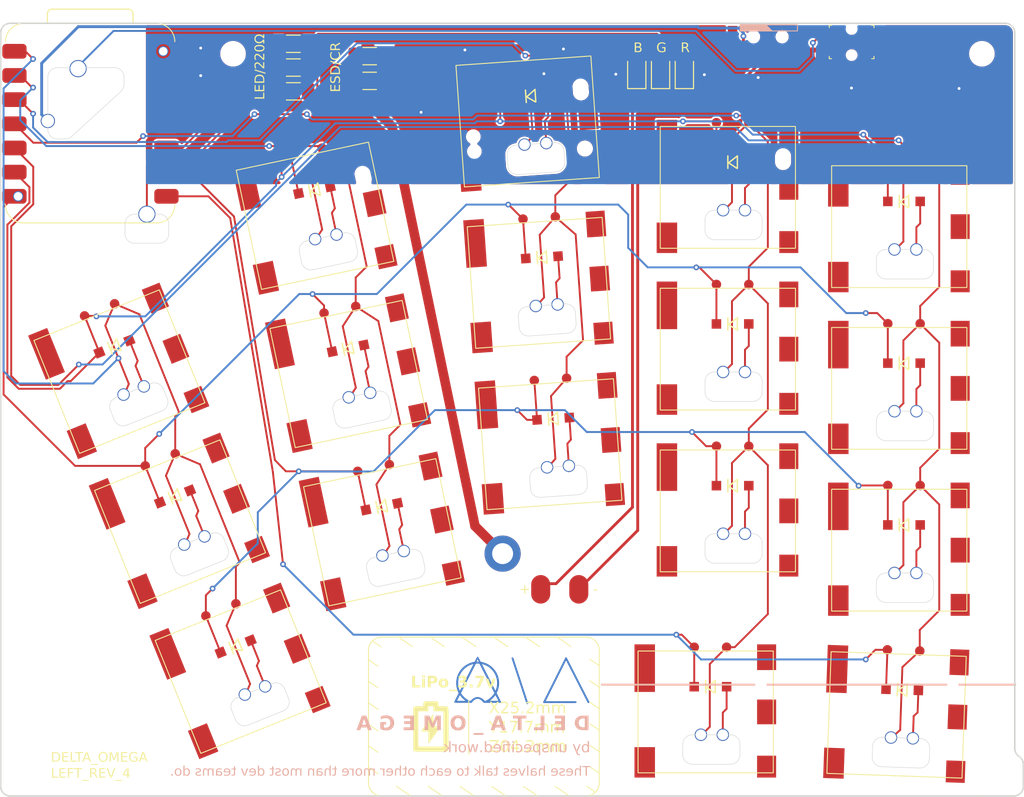
<source format=kicad_pcb>
(kicad_pcb (version 20241229) (generator "pcbnew") (generator_version "9.0")
  (title_block (title "delta-omega") (date "2025-08-24") (rev "v1.0.0") (company "Unknown"))
  (layers (0 "F.Cu" signal) (2 "B.Cu" signal) (13 "F.Paste" user) (15 "B.Paste" user) (5 "F.SilkS" user "F.Silkscreen") (7 "B.SilkS" user "B.Silkscreen") (1 "F.Mask" user) (3 "B.Mask" user) (25 "Edge.Cuts" user))
  (net 0 "")
  (net 1 "L_C1")
  (net 2 "L_R3")
  (net 3 "SW1_1")
  (net 4 "L_R2")
  (net 5 "SW2_1")
  (net 6 "L_R1")
  (net 7 "SW3_1")
  (net 8 "L_C2")
  (net 9 "SW4_1")
  (net 10 "SW5_1")
  (net 11 "SW6_1")
  (net 12 "L_C3")
  (net 13 "SW7_1")
  (net 14 "SW8_1")
  (net 15 "SW9_1")
  (net 16 "L_C4")
  (net 17 "SW10_1")
  (net 18 "SW11_1")
  (net 19 "SW12_1")
  (net 20 "L_C5")
  (net 21 "SW13_1")
  (net 22 "SW14_1")
  (net 23 "SW15_1")
  (net 24 "L_R4")
  (net 25 "SW16_1")
  (net 26 "SW17_1")
  (net 27 "L_RAW")
  (net 28 "L_BATP")
  (net 29 "L_RST")
  (net 30 "L_GND")
  (net 31 "L_VBUS")
  (net 32 "L_VCC")
  (net 33 "L_LED_R1")
  (net 34 "L_LED_R2")
  (net 35 "L_LED_R3")
  (net 36 "L_LED1")
  (net 37 "L_LED2")
  (net 38 "L_LED3")
  (net 39 "L_CGND")
  (footprint "Button_Switch_Keyboard:GENERIC_ULP_HANDSOLDER" (layer "F.Cu") (at 46.253934 100.728162 22)
    (property "Reference" "SW1" (hide yes))
    (property "Value" "ULP_SW" (hide yes))
    (fp_line (start -2.4 4.5) (end -2.4 3.4) (stroke (width 0.05)) (layer "Edge.Cuts"))
    (fp_line (start -1.4 2.399999) (end 2.6 2.4) (stroke (width 0.05)) (layer "Edge.Cuts"))
    (fp_line (start 2.6 5.5) (end -1.4 5.5) (stroke (width 0.05)) (layer "Edge.Cuts"))
    (fp_line (start 3.6 3.4) (end 3.6 4.500001) (stroke (width 0.05)) (layer "Edge.Cuts"))
    (fp_arc (start -2.4 3.4) (mid -2.107107 2.692893) (end -1.4 2.399999) (stroke (width 0.05)) (layer "Edge.Cuts"))
    (fp_arc (start -1.4 5.5) (mid -2.107107 5.207107) (end -2.4 4.5) (stroke (width 0.05)) (layer "Edge.Cuts"))
    (fp_arc (start 2.6 2.4) (mid 3.307107 2.692893) (end 3.6 3.4) (stroke (width 0.05)) (layer "Edge.Cuts"))
    (fp_arc (start 3.6 4.500001) (mid 3.307108 5.207107) (end 2.6 5.5) (stroke (width 0.05)) (layer "Edge.Cuts"))
  )
  (footprint "Module:XIAO-nRF52840" (layer "F.Cu") (at 30.5 43.16)
    (property "Reference" "MCU2" (hide yes))
    (property "Value" "XIAO-nRF52840-SMD")
    (fp_line (start -4.5 0.600002) (end -4.5 -4.900001) (stroke (width 0.05)) (layer "Edge.Cuts"))
    (fp_line (start -3.500002 -5.9) (end 2.5 -5.9) (stroke (width 0.05)) (layer "Edge.Cuts"))
    (fp_line (start -2.688083 1.6) (end -3.500001 1.6) (stroke (width 0.05)) (layer "Edge.Cuts"))
    (fp_line (start 3.174568 -3.402622) (end -2.013512 1.338209) (stroke (width 0.05)) (layer "Edge.Cuts"))
    (fp_line (start 3.5 -4.9) (end 3.5 -4.14085) (stroke (width 0.05)) (layer "Edge.Cuts"))
    (fp_line (start 3.6 11.55) (end 3.6 10.5) (stroke (width 0.05)) (layer "Edge.Cuts"))
    (fp_line (start 4.6 9.5) (end 7.2 9.5) (stroke (width 0.05)) (layer "Edge.Cuts"))
    (fp_line (start 7.2 12.55) (end 4.6 12.55) (stroke (width 0.05)) (layer "Edge.Cuts"))
    (fp_line (start 8.2 10.5) (end 8.2 11.55) (stroke (width 0.05)) (layer "Edge.Cuts"))
    (fp_arc (start -4.5 -4.900001) (mid -4.207107 -5.607107) (end -3.500002 -5.9) (stroke (width 0.05)) (layer "Edge.Cuts"))
    (fp_arc (start -3.500001 1.6) (mid -4.207107 1.307107) (end -4.5 0.600002) (stroke (width 0.05)) (layer "Edge.Cuts"))
    (fp_arc (start -2.013512 1.338209) (mid -2.32629 1.532258) (end -2.688083 1.6) (stroke (width 0.05)) (layer "Edge.Cuts"))
    (fp_arc (start 2.5 -5.9) (mid 3.207107 -5.607107) (end 3.5 -4.9) (stroke (width 0.05)) (layer "Edge.Cuts"))
    (fp_arc (start 3.5 -4.14085) (mid 3.415031 -3.737457) (end 3.174565 -3.402626) (stroke (width 0.05)) (layer "Edge.Cuts"))
    (fp_arc (start 3.6 10.5) (mid 3.892893 9.792893) (end 4.6 9.5) (stroke (width 0.05)) (layer "Edge.Cuts"))
    (fp_arc (start 4.6 12.55) (mid 3.892893 12.257107) (end 3.6 11.55) (stroke (width 0.05)) (layer "Edge.Cuts"))
    (fp_arc (start 7.2 9.5) (mid 7.907107 9.792893) (end 8.2 10.5) (stroke (width 0.05)) (layer "Edge.Cuts"))
    (fp_arc (start 8.2 11.55) (mid 7.907107 12.257107) (end 7.2 12.55) (stroke (width 0.05)) (layer "Edge.Cuts"))
  )
  (footprint "Button_Switch_Keyboard:GENERIC_ULP_HANDSOLDER" (layer "F.Cu") (at 39.885622 84.966036 22)
    (property "Reference" "SW2" (hide yes))
    (property "Value" "ULP_SW" (hide yes))
    (fp_line (start -2.4 4.5) (end -2.4 3.4) (stroke (width 0.05)) (layer "Edge.Cuts"))
    (fp_line (start -1.4 2.399999) (end 2.6 2.4) (stroke (width 0.05)) (layer "Edge.Cuts"))
    (fp_line (start 2.6 5.5) (end -1.4 5.5) (stroke (width 0.05)) (layer "Edge.Cuts"))
    (fp_line (start 3.6 3.4) (end 3.6 4.500001) (stroke (width 0.05)) (layer "Edge.Cuts"))
    (fp_arc (start -2.4 3.4) (mid -2.107107 2.692893) (end -1.4 2.399999) (stroke (width 0.05)) (layer "Edge.Cuts"))
    (fp_arc (start -1.4 5.5) (mid -2.107107 5.207107) (end -2.4 4.5) (stroke (width 0.05)) (layer "Edge.Cuts"))
    (fp_arc (start 2.6 2.4) (mid 3.307107 2.692893) (end 3.6 3.4) (stroke (width 0.05)) (layer "Edge.Cuts"))
    (fp_arc (start 3.6 4.500001) (mid 3.307108 5.207107) (end 2.6 5.5) (stroke (width 0.05)) (layer "Edge.Cuts"))
  )
  (footprint "power_switch" (layer "F.Cu") (at 101.616075 34.039592 90)
    (property "Reference" "")
    (property "Value" "")
  )
  (footprint "ceoloide:reset_switch_smd_side" (layer "F.Cu") (at 110.416075 34.564592)
    (property "Reference" "RST1" (hide yes))
    (property "Value" "")
  )
  (footprint "Button_Switch_Keyboard:GENERIC_ULP_HANDSOLDER" (layer "F.Cu") (at 115.416075 70.964592)
    (property "Reference" "SW14" (hide yes))
    (property "Value" "ULP_SW" (hide yes))
    (fp_line (start -2.4 4.5) (end -2.4 3.4) (stroke (width 0.05)) (layer "Edge.Cuts"))
    (fp_line (start -1.4 2.4) (end 2.6 2.4) (stroke (width 0.05)) (layer "Edge.Cuts"))
    (fp_line (start 2.6 5.5) (end -1.4 5.5) (stroke (width 0.05)) (layer "Edge.Cuts"))
    (fp_line (start 3.6 3.4) (end 3.6 4.5) (stroke (width 0.05)) (layer "Edge.Cuts"))
    (fp_arc (start -2.4 3.4) (mid -2.107107 2.692893) (end -1.4 2.4) (stroke (width 0.05)) (layer "Edge.Cuts"))
    (fp_arc (start -1.4 5.5) (mid -2.107107 5.207107) (end -2.4 4.5) (stroke (width 0.05)) (layer "Edge.Cuts"))
    (fp_arc (start 2.6 2.4) (mid 3.307107 2.692893) (end 3.6 3.4) (stroke (width 0.05)) (layer "Edge.Cuts"))
    (fp_arc (start 3.6 4.5) (mid 3.307108 5.207107) (end 2.6 5.5) (stroke (width 0.05)) (layer "Edge.Cuts"))
  )
  (footprint "Button_Switch_Keyboard:GENERIC_ULP_HANDSOLDER" (layer "F.Cu") (at 61.129082 86.082466 12)
    (property "Reference" "SW4" (hide yes))
    (property "Value" "ULP_SW" (hide yes))
    (fp_line (start -2.4 4.5) (end -2.4 3.4) (stroke (width 0.05)) (layer "Edge.Cuts"))
    (fp_line (start -1.4 2.4) (end 2.6 2.4) (stroke (width 0.05)) (layer "Edge.Cuts"))
    (fp_line (start 2.6 5.5) (end -1.4 5.5) (stroke (width 0.05)) (layer "Edge.Cuts"))
    (fp_line (start 3.6 3.4) (end 3.6 4.5) (stroke (width 0.05)) (layer "Edge.Cuts"))
    (fp_arc (start -2.4 3.4) (mid -2.107107 2.692893) (end -1.4 2.4) (stroke (width 0.05)) (layer "Edge.Cuts"))
    (fp_arc (start -1.4 5.5) (mid -2.107107 5.207107) (end -2.4 4.5) (stroke (width 0.05)) (layer "Edge.Cuts"))
    (fp_arc (start 2.6 2.4) (mid 3.307107 2.692893) (end 3.6 3.4) (stroke (width 0.05)) (layer "Edge.Cuts"))
    (fp_arc (start 3.6 4.5) (mid 3.307108 5.207107) (end 2.6 5.5) (stroke (width 0.05)) (layer "Edge.Cuts"))
  )
  (footprint "Button_Switch_Keyboard:GENERIC_ULP_HANDSOLDER" (layer "F.Cu") (at 54.060084 52.825448 12)
    (property "Reference" "SW6" (hide yes))
    (property "Value" "ULP_SW" (hide yes))
    (fp_line (start -2.4 4.5) (end -2.4 3.4) (stroke (width 0.05)) (layer "Edge.Cuts"))
    (fp_line (start -1.4 2.4) (end 2.6 2.4) (stroke (width 0.05)) (layer "Edge.Cuts"))
    (fp_line (start 2.6 5.5) (end -1.4 5.5) (stroke (width 0.05)) (layer "Edge.Cuts"))
    (fp_line (start 3.6 3.4) (end 3.6 4.5) (stroke (width 0.05)) (layer "Edge.Cuts"))
    (fp_arc (start -2.4 3.4) (mid -2.107107 2.692893) (end -1.4 2.4) (stroke (width 0.05)) (layer "Edge.Cuts"))
    (fp_arc (start -1.4 5.5) (mid -2.107107 5.207107) (end -2.4 4.5) (stroke (width 0.05)) (layer "Edge.Cuts"))
    (fp_arc (start 2.6 2.4) (mid 3.307107 2.692893) (end 3.6 3.4) (stroke (width 0.05)) (layer "Edge.Cuts"))
    (fp_arc (start 3.6 4.5) (mid 3.307108 5.207107) (end 2.6 5.5) (stroke (width 0.05)) (layer "Edge.Cuts"))
  )
  (footprint "Button_Switch_Keyboard:GENERIC_ULP_HANDSOLDER" (layer "F.Cu") (at 33.51731 69.203911 22)
    (property "Reference" "SW3" (hide yes))
    (property "Value" "ULP_SW" (hide yes))
    (fp_line (start -2.4 4.5) (end -2.4 3.4) (stroke (width 0.05)) (layer "Edge.Cuts"))
    (fp_line (start -1.4 2.399999) (end 2.6 2.4) (stroke (width 0.05)) (layer "Edge.Cuts"))
    (fp_line (start 2.6 5.5) (end -1.4 5.5) (stroke (width 0.05)) (layer "Edge.Cuts"))
    (fp_line (start 3.6 3.4) (end 3.6 4.500001) (stroke (width 0.05)) (layer "Edge.Cuts"))
    (fp_arc (start -2.4 3.4) (mid -2.107107 2.692893) (end -1.4 2.399999) (stroke (width 0.05)) (layer "Edge.Cuts"))
    (fp_arc (start -1.4 5.5) (mid -2.107107 5.207107) (end -2.4 4.5) (stroke (width 0.05)) (layer "Edge.Cuts"))
    (fp_arc (start 2.6 2.4) (mid 3.307107 2.692893) (end 3.6 3.4) (stroke (width 0.05)) (layer "Edge.Cuts"))
    (fp_arc (start 3.6 4.500001) (mid 3.307108 5.207107) (end 2.6 5.5) (stroke (width 0.05)) (layer "Edge.Cuts"))
  )
  (footprint "ceoloide:mounting_hole_plated" (layer "F.Cu") (at 73.761013 88.331202)
    (property "Reference" "H1" (hide yes))
    (property "Value" "")
  )
  (footprint "LED_SMD:LED_0805_2012Metric_Pad1.15x1.40mm_HandSolder" (layer "F.Cu") (at 87.85 37.6 90)
    (property "Reference" "L3" (hide yes))
    (property "Value" "LED_0805_2012Metric_Pad1.15x1.40mm_HandSolder" (hide yes))
  )
  (footprint "Button_Switch_Keyboard:GENERIC_ULP_HANDSOLDER" (layer "F.Cu") (at 78.761013 76.831202 4)
    (property "Reference" "SW7" (hide yes))
    (property "Value" "ULP_SW" (hide yes))
    (fp_line (start -2.4 4.5) (end -2.4 3.4) (stroke (width 0.05)) (layer "Edge.Cuts"))
    (fp_line (start -1.4 2.4) (end 2.6 2.4) (stroke (width 0.05)) (layer "Edge.Cuts"))
    (fp_line (start 2.6 5.5) (end -1.4 5.5) (stroke (width 0.05)) (layer "Edge.Cuts"))
    (fp_line (start 3.6 3.4) (end 3.6 4.5) (stroke (width 0.05)) (layer "Edge.Cuts"))
    (fp_arc (start -2.4 3.4) (mid -2.107107 2.692893) (end -1.4 2.4) (stroke (width 0.05)) (layer "Edge.Cuts"))
    (fp_arc (start -1.4 5.5) (mid -2.107107 5.207107) (end -2.4 4.5) (stroke (width 0.05)) (layer "Edge.Cuts"))
    (fp_arc (start 2.6 2.4) (mid 3.307107 2.692893) (end 3.6 3.4) (stroke (width 0.05)) (layer "Edge.Cuts"))
    (fp_arc (start 3.6 4.5) (mid 3.307106 5.207107) (end 2.6 5.5) (stroke (width 0.05)) (layer "Edge.Cuts"))
  )
  (footprint "Capacitor_SMD:C_1206_3216Metric_Pad1.33x1.80mm_HandSolder" (layer "F.Cu") (at 59.8 36.05)
    (property "Reference" "R1" (hide yes))
    (property "Value" "C_1206_3216Metric_Pad1.33x1.80mm_HandSolder" (hide yes))
  )
  (footprint "ceoloide:mounting_hole_npth" (layer "F.Cu") (at 45.45 35.8)
    (property "Reference" "MH3" (hide yes))
    (property "Value" "")
  )
  (footprint "Resistor_SMD:R_1206_3216Metric_Pad1.30x1.75mm_HandSolder" (layer "F.Cu") (at 51.782 39.75)
    (property "Reference" "R3" (hide yes))
    (property "Value" "R_1206_3216Metric_Pad1.30x1.75mm_HandSolder" (hide yes))
  )
  (footprint "ceoloide:mounting_hole_npth" (layer "F.Cu") (at 124.1 35.8)
    (property "Reference" "MH5" (hide yes))
    (property "Value" "")
  )
  (footprint "Button_Switch_Keyboard:GENERIC_ULP_HANDSOLDER" (layer "F.Cu") (at 115.136115 105.275293 -2)
    (property "Reference" "SW17" (hide yes))
    (property "Value" "ULP_SW" (hide yes))
    (fp_line (start -2.4 4.5) (end -2.4 3.4) (stroke (width 0.05)) (layer "Edge.Cuts"))
    (fp_line (start -1.4 2.4) (end 2.6 2.4) (stroke (width 0.05)) (layer "Edge.Cuts"))
    (fp_line (start 2.6 5.5) (end -1.4 5.5) (stroke (width 0.05)) (layer "Edge.Cuts"))
    (fp_line (start 3.6 3.4) (end 3.6 4.5) (stroke (width 0.05)) (layer "Edge.Cuts"))
    (fp_arc (start -2.4 3.4) (mid -2.107107 2.692893) (end -1.4 2.4) (stroke (width 0.05)) (layer "Edge.Cuts"))
    (fp_arc (start -1.4 5.5) (mid -2.107107 5.207107) (end -2.4 4.5) (stroke (width 0.05)) (layer "Edge.Cuts"))
    (fp_arc (start 2.6 2.4) (mid 3.307107 2.692893) (end 3.6 3.4) (stroke (width 0.05)) (layer "Edge.Cuts"))
    (fp_arc (start 3.6 4.5) (mid 3.307108 5.207107) (end 2.6 5.5) (stroke (width 0.05)) (layer "Edge.Cuts"))
  )
  (footprint "Button_Switch_Keyboard:GENERIC_ULP_HANDSOLDER" (layer "F.Cu") (at 115.416075 53.964592)
    (property "Reference" "SW15" (hide yes))
    (property "Value" "ULP_SW" (hide yes))
    (fp_line (start -2.4 4.5) (end -2.4 3.4) (stroke (width 0.05)) (layer "Edge.Cuts"))
    (fp_line (start -1.4 2.4) (end 2.6 2.4) (stroke (width 0.05)) (layer "Edge.Cuts"))
    (fp_line (start 2.6 5.5) (end -1.4 5.5) (stroke (width 0.05)) (layer "Edge.Cuts"))
    (fp_line (start 3.6 3.4) (end 3.6 4.5) (stroke (width 0.05)) (layer "Edge.Cuts"))
    (fp_arc (start -2.4 3.4) (mid -2.107107 2.692893) (end -1.4 2.4) (stroke (width 0.05)) (layer "Edge.Cuts"))
    (fp_arc (start -1.4 5.5) (mid -2.107107 5.207107) (end -2.4 4.5) (stroke (width 0.05)) (layer "Edge.Cuts"))
    (fp_arc (start 2.6 2.4) (mid 3.307107 2.692893) (end 3.6 3.4) (stroke (width 0.05)) (layer "Edge.Cuts"))
    (fp_arc (start 3.6 4.5) (mid 3.307108 5.207107) (end 2.6 5.5) (stroke (width 0.05)) (layer "Edge.Cuts"))
  )
  (footprint "simple_tht_fp" (layer "F.Cu") (at 79.761013 91.081202)
    (property "Reference" "TH1" (hide yes))
    (property "Value" "")
  )
  (footprint "Button_Switch_Keyboard:GENERIC_ULP_HANDSOLDER" (layer "F.Cu") (at 97.416075 49.839592)
    (property "Reference" "SW12" (hide yes))
    (property "Value" "ULP_SW" (hide yes))
    (fp_line (start -2.4 4.5) (end -2.4 3.4) (stroke (width 0.05)) (layer "Edge.Cuts"))
    (fp_line (start -1.4 2.4) (end 2.6 2.4) (stroke (width 0.05)) (layer "Edge.Cuts"))
    (fp_line (start 2.6 5.5) (end -1.4 5.5) (stroke (width 0.05)) (layer "Edge.Cuts"))
    (fp_line (start 3.6 3.4) (end 3.6 4.5) (stroke (width 0.05)) (layer "Edge.Cuts"))
    (fp_arc (start -2.4 3.4) (mid -2.107107 2.692893) (end -1.4 2.4) (stroke (width 0.05)) (layer "Edge.Cuts"))
    (fp_arc (start -1.4 5.5) (mid -2.107107 5.207107) (end -2.4 4.5) (stroke (width 0.05)) (layer "Edge.Cuts"))
    (fp_arc (start 2.6 2.4) (mid 3.307107 2.692893) (end 3.6 3.4) (stroke (width 0.05)) (layer "Edge.Cuts"))
    (fp_arc (start 3.6 4.5) (mid 3.307108 5.207107) (end 2.6 5.5) (stroke (width 0.05)) (layer "Edge.Cuts"))
  )
  (footprint "ceoloide:mounting_hole_npth" (layer "F.Cu") (at 24 110.6)
    (property "Reference" "MH7" (hide yes))
    (property "Value" "")
  )
  (footprint "Button_Switch_Keyboard:GENERIC_ULP_HANDSOLDER" (layer "F.Cu") (at 57.594583 69.453957 12)
    (property "Reference" "SW5" (hide yes))
    (property "Value" "ULP_SW" (hide yes))
    (fp_line (start -2.4 4.5) (end -2.4 3.4) (stroke (width 0.05)) (layer "Edge.Cuts"))
    (fp_line (start -1.4 2.4) (end 2.6 2.4) (stroke (width 0.05)) (layer "Edge.Cuts"))
    (fp_line (start 2.6 5.5) (end -1.4 5.5) (stroke (width 0.05)) (layer "Edge.Cuts"))
    (fp_line (start 3.6 3.4) (end 3.6 4.5) (stroke (width 0.05)) (layer "Edge.Cuts"))
    (fp_arc (start -2.4 3.4) (mid -2.107107 2.692893) (end -1.4 2.4) (stroke (width 0.05)) (layer "Edge.Cuts"))
    (fp_arc (start -1.4 5.5) (mid -2.107107 5.207107) (end -2.4 4.5) (stroke (width 0.05)) (layer "Edge.Cuts"))
    (fp_arc (start 2.6 2.4) (mid 3.307107 2.692893) (end 3.6 3.4) (stroke (width 0.05)) (layer "Edge.Cuts"))
    (fp_arc (start 3.6 4.5) (mid 3.307108 5.207107) (end 2.6 5.5) (stroke (width 0.05)) (layer "Edge.Cuts"))
  )
  (footprint "LED_SMD:LED_0805_2012Metric_Pad1.15x1.40mm_HandSolder" (layer "F.Cu") (at 92.85 37.6 90)
    (property "Reference" "L1" (hide yes))
    (property "Value" "LED_0805_2012Metric_Pad1.15x1.40mm_HandSolder" (hide yes))
  )
  (footprint "Button_Switch_Keyboard:GENERIC_ULP_HANDSOLDER" (layer "F.Cu") (at 115.416075 87.964592)
    (property "Reference" "SW13" (hide yes))
    (property "Value" "ULP_SW" (hide yes))
    (fp_line (start -2.4 4.5) (end -2.4 3.4) (stroke (width 0.05)) (layer "Edge.Cuts"))
    (fp_line (start -1.4 2.4) (end 2.6 2.4) (stroke (width 0.05)) (layer "Edge.Cuts"))
    (fp_line (start 2.6 5.5) (end -1.4 5.5) (stroke (width 0.05)) (layer "Edge.Cuts"))
    (fp_line (start 3.6 3.4) (end 3.6 4.5) (stroke (width 0.05)) (layer "Edge.Cuts"))
    (fp_arc (start -2.4 3.4) (mid -2.107107 2.692893) (end -1.4 2.4) (stroke (width 0.05)) (layer "Edge.Cuts"))
    (fp_arc (start -1.4 5.5) (mid -2.107107 5.207107) (end -2.4 4.5) (stroke (width 0.05)) (layer "Edge.Cuts"))
    (fp_arc (start 2.6 2.4) (mid 3.307107 2.692893) (end 3.6 3.4) (stroke (width 0.05)) (layer "Edge.Cuts"))
    (fp_arc (start 3.6 4.5) (mid 3.307108 5.207107) (end 2.6 5.5) (stroke (width 0.05)) (layer "Edge.Cuts"))
  )
  (footprint "Button_Switch_Keyboard:GENERIC_ULP_HANDSOLDER" (layer "F.Cu") (at 95.086075 104.964592)
    (property "Reference" "SW16" (hide yes))
    (property "Value" "ULP_SW" (hide yes))
    (fp_line (start -2.4 4.5) (end -2.4 3.4) (stroke (width 0.05)) (layer "Edge.Cuts"))
    (fp_line (start -1.4 2.4) (end 2.6 2.4) (stroke (width 0.05)) (layer "Edge.Cuts"))
    (fp_line (start 2.6 5.5) (end -1.4 5.5) (stroke (width 0.05)) (layer "Edge.Cuts"))
    (fp_line (start 3.6 3.4) (end 3.6 4.5) (stroke (width 0.05)) (layer "Edge.Cuts"))
    (fp_arc (start -2.4 3.4) (mid -2.107107 2.692893) (end -1.4 2.4) (stroke (width 0.05)) (layer "Edge.Cuts"))
    (fp_arc (start -1.4 5.5) (mid -2.107107 5.207107) (end -2.4 4.5) (stroke (width 0.05)) (layer "Edge.Cuts"))
    (fp_arc (start 2.6 2.4) (mid 3.307107 2.692893) (end 3.6 3.4) (stroke (width 0.05)) (layer "Edge.Cuts"))
    (fp_arc (start 3.6 4.5) (mid 3.307108 5.207107) (end 2.6 5.5) (stroke (width 0.05)) (layer "Edge.Cuts"))
  )
  (footprint "Resistor_SMD:R_1206_3216Metric_Pad1.30x1.75mm_HandSolder" (layer "F.Cu") (at 51.782 37.25)
    (property "Reference" "R2" (hide yes))
    (property "Value" "R_1206_3216Metric_Pad1.30x1.75mm_HandSolder" (hide yes))
  )
  (footprint "LED_SMD:LED_0805_2012Metric_Pad1.15x1.40mm_HandSolder" (layer "F.Cu") (at 90.35 37.6 90)
    (property "Reference" "L2" (hide yes))
    (property "Value" "LED_0805_2012Metric_Pad1.15x1.40mm_HandSolder" (hide yes))
  )
  (footprint "Button_Switch_Keyboard:GENERIC_ULP_HANDSOLDER" (layer "F.Cu") (at 97.416075 83.839592)
    (property "Reference" "SW10" (hide yes))
    (property "Value" "ULP_SW" (hide yes))
    (fp_line (start -2.4 4.5) (end -2.4 3.4) (stroke (width 0.05)) (layer "Edge.Cuts"))
    (fp_line (start -1.4 2.4) (end 2.6 2.4) (stroke (width 0.05)) (layer "Edge.Cuts"))
    (fp_line (start 2.6 5.5) (end -1.4 5.5) (stroke (width 0.05)) (layer "Edge.Cuts"))
    (fp_line (start 3.6 3.4) (end 3.6 4.5) (stroke (width 0.05)) (layer "Edge.Cuts"))
    (fp_arc (start -2.4 3.4) (mid -2.107107 2.692893) (end -1.4 2.4) (stroke (width 0.05)) (layer "Edge.Cuts"))
    (fp_arc (start -1.4 5.5) (mid -2.107107 5.207107) (end -2.4 4.5) (stroke (width 0.05)) (layer "Edge.Cuts"))
    (fp_arc (start 2.6 2.4) (mid 3.307107 2.692893) (end 3.6 3.4) (stroke (width 0.05)) (layer "Edge.Cuts"))
    (fp_arc (start 3.6 4.5) (mid 3.307108 5.207107) (end 2.6 5.5) (stroke (width 0.05)) (layer "Edge.Cuts"))
  )
  (footprint "Button_Switch_Keyboard:GENERIC_ULP_HANDSOLDER" (layer "F.Cu") (at 76.389293 42.914024 4)
    (property "Reference" "SW9" (hide yes))
    (property "Value" "ULP_SW" (hide yes))
    (fp_line (start -2.4 4.5) (end -2.4 3.4) (stroke (width 0.05)) (layer "Edge.Cuts"))
    (fp_line (start -1.4 2.4) (end 2.6 2.4) (stroke (width 0.05)) (layer "Edge.Cuts"))
    (fp_line (start 2.6 5.5) (end -1.4 5.5) (stroke (width 0.05)) (layer "Edge.Cuts"))
    (fp_line (start 3.6 3.4) (end 3.6 4.5) (stroke (width 0.05)) (layer "Edge.Cuts"))
    (fp_arc (start -2.4 3.4) (mid -2.107107 2.692893) (end -1.4 2.4) (stroke (width 0.05)) (layer "Edge.Cuts"))
    (fp_arc (start -1.4 5.5) (mid -2.107107 5.207107) (end -2.4 4.5) (stroke (width 0.05)) (layer "Edge.Cuts"))
    (fp_arc (start 2.6 2.4) (mid 3.307107 2.692893) (end 3.6 3.4) (stroke (width 0.05)) (layer "Edge.Cuts"))
    (fp_arc (start 3.6 4.5) (mid 3.307106 5.207107) (end 2.6 5.5) (stroke (width 0.05)) (layer "Edge.Cuts"))
  )
  (footprint "Button_Switch_Keyboard:GENERIC_ULP_HANDSOLDER" (layer "F.Cu") (at 97.416075 66.839592)
    (property "Reference" "SW11" (hide yes))
    (property "Value" "ULP_SW" (hide yes))
    (fp_line (start -2.4 4.5) (end -2.4 3.4) (stroke (width 0.05)) (layer "Edge.Cuts"))
    (fp_line (start -1.4 2.4) (end 2.6 2.4) (stroke (width 0.05)) (layer "Edge.Cuts"))
    (fp_line (start 2.6 5.5) (end -1.4 5.5) (stroke (width 0.05)) (layer "Edge.Cuts"))
    (fp_line (start 3.6 3.4) (end 3.6 4.5) (stroke (width 0.05)) (layer "Edge.Cuts"))
    (fp_arc (start -2.4 3.4) (mid -2.107107 2.692893) (end -1.4 2.4) (stroke (width 0.05)) (layer "Edge.Cuts"))
    (fp_arc (start -1.4 5.5) (mid -2.107107 5.207107) (end -2.4 4.5) (stroke (width 0.05)) (layer "Edge.Cuts"))
    (fp_arc (start 2.6 2.4) (mid 3.307107 2.692893) (end 3.6 3.4) (stroke (width 0.05)) (layer "Edge.Cuts"))
    (fp_arc (start 3.6 4.5) (mid 3.307108 5.207107) (end 2.6 5.5) (stroke (width 0.05)) (layer "Edge.Cuts"))
  )
  (footprint "Capacitor_SMD:C_1206_3216Metric_Pad1.33x1.80mm_HandSolder" (layer "F.Cu") (at 59.8 38.65)
    (property "Reference" "C1" (hide yes))
    (property "Value" "C_1206_3216Metric_Pad1.33x1.80mm_HandSolder" (hide yes))
  )
  (footprint "ceoloide:mounting_hole_npth" (layer "F.Cu") (at 126.6161 111.8)
    (property "Reference" "MH1" (hide yes))
    (property "Value" "")
  )
  (footprint "Resistor_SMD:R_1206_3216Metric_Pad1.30x1.75mm_HandSolder" (layer "F.Cu") (at 51.782 34.75)
    (property "Reference" "R1" (hide yes))
    (property "Value" "R_1206_3216Metric_Pad1.30x1.75mm_HandSolder" (hide yes))
  )
  (footprint "Button_Switch_Keyboard:GENERIC_ULP_HANDSOLDER" (layer "F.Cu") (at 77.575153 59.872613 4)
    (property "Reference" "SW8" (hide yes))
    (property "Value" "ULP_SW" (hide yes))
    (fp_line (start -2.4 4.5) (end -2.4 3.4) (stroke (width 0.05)) (layer "Edge.Cuts"))
    (fp_line (start -1.4 2.4) (end 2.6 2.4) (stroke (width 0.05)) (layer "Edge.Cuts"))
    (fp_line (start 2.6 5.5) (end -1.4 5.5) (stroke (width 0.05)) (layer "Edge.Cuts"))
    (fp_line (start 3.6 3.4) (end 3.6 4.5) (stroke (width 0.05)) (layer "Edge.Cuts"))
    (fp_arc (start -2.4 3.4) (mid -2.107107 2.692893) (end -1.4 2.4) (stroke (width 0.05)) (layer "Edge.Cuts"))
    (fp_arc (start -1.4 5.5) (mid -2.107107 5.207107) (end -2.4 4.5) (stroke (width 0.05)) (layer "Edge.Cuts"))
    (fp_arc (start 2.6 2.4) (mid 3.307107 2.692893) (end 3.6 3.4) (stroke (width 0.05)) (layer "Edge.Cuts"))
    (fp_arc (start 3.6 4.5) (mid 3.307106 5.207107) (end 2.6 5.5) (stroke (width 0.05)) (layer "Edge.Cuts"))
  )
  (gr_line (start 78.125 103.9375) (end 80.425 99.3375) (stroke (width 0.2)) (layer "B.Cu"))
  (gr_poly (pts (xy 71.142334 99.172188) (xy 71.14599 99.172417) (xy 71.149691 99.172791) (xy 71.153416 99.173302) (xy 71.157139 99.173943) (xy 71.160837 99.174706) (xy 71.164486 99.175586) (xy 71.168062 99.176575) (xy 71.171541 99.177666) (xy 71.1749 99.178852) (xy 71.178113 99.180125) (xy 71.181158 99.18148) (xy 71.18401 99.182908) (xy 71.186645 99.184402) (xy 71.18904 99.185957) (xy 71.191171 99.187564) (xy 71.193744 99.190418) (xy 71.197524 99.195705) (xy 71.202436 99.20329) (xy 71.208407 99.213038) (xy 71.223227 99.238488) (xy 71.241392 99.270977) (xy 71.262308 99.309431) (xy 71.285385 99.352774) (xy 71.310028 99.39993) (xy 71.335646 99.449824) (xy 71.461257 99.69663) (xy 71.580469 99.720629) (xy 71.660254 99.738123) (xy 71.73888 99.758245) (xy 71.816318 99.780979) (xy 71.892536 99.806307) (xy 71.967505 99.834215) (xy 72.041193 99.864686) (xy 72.113569 99.897704) (xy 72.184603 99.933253) (xy 72.254264 99.971317) (xy 72.322522 100.01188) (xy 72.389346 100.054925) (xy 72.454704 100.100438) (xy 72.518567 100.148401) (xy 72.580904 100.198798) (xy 72.641683 100.251614) (xy 72.700875 100.306833) (xy 72.770143 100.376479) (xy 72.835852 100.448121) (xy 72.897996 100.521745) (xy 72.956569 100.59734) (xy 73.011563 100.674891) (xy 73.062973 100.754387) (xy 73.110792 100.835815) (xy 73.155014 100.919162) (xy 73.195633 101.004415) (xy 73.232641 101.091561) (xy 73.266033 101.180588) (xy 73.295801 101.271483) (xy 73.321941 101.364233) (xy 73.344445 101.458826) (xy 73.363306 101.555248) (xy 73.378519 101.653488) (xy 73.385127 101.714584) (xy 73.389842 101.784054) (xy 73.392666 101.858996) (xy 73.3936 101.936508) (xy 73.392642 102.013688) (xy 73.389795 102.087636) (xy 73.385058 102.155449) (xy 73.378432 102.214226) (xy 73.362606 102.311644) (xy 73.342927 102.408844) (xy 73.319664 102.504949) (xy 73.293081 102.599082) (xy 73.263445 102.690364) (xy 73.231022 102.777918) (xy 73.196078 102.860866) (xy 73.177745 102.900338) (xy 73.15888 102.93833) (xy 73.136197 102.982482) (xy 73.369428 103.44266) (xy 73.461621 103.626369) (xy 73.5356 103.777312) (xy 73.5848 103.881875) (xy 73.598058 103.912508) (xy 73.602659 103.926441) (xy 73.602593 103.929522) (xy 73.602396 103.93259) (xy 73.60162 103.93867) (xy 73.600351 103.944656) (xy 73.598607 103.950521) (xy 73.596409 103.956238) (xy 73.593776 103.96178) (xy 73.590726 103.967122) (xy 73.587281 103.972236) (xy 73.583458 103.977095) (xy 73.579278 103.981673) (xy 73.574759 103.985943) (xy 73.569922 103.98988) (xy 73.564786 103.993455) (xy 73.559369 103.996642) (xy 73.553693 103.999415) (xy 73.547775 104.001747) (xy 73.541145 104.002929) (xy 73.528218 104.004028) (xy 73.483141 104.005982) (xy 73.411889 104.007616) (xy 73.313807 104.008938) (xy 73.03453 104.010672) (xy 72.640064 104.011238) (xy 71.75958 104.011238) (xy 71.726685 103.961694) (xy 71.717561 103.948594) (xy 71.706885 103.934385) (xy 71.694831 103.919248) (xy 71.681575 103.903362) (xy 71.66729 103.886907) (xy 71.652152 103.870064) (xy 71.620013 103.835932) (xy 71.586554 103.802407) (xy 71.553173 103.770929) (xy 71.536948 103.756409) (xy 71.521266 103.74294) (xy 71.506302 103.730704) (xy 71.49223 103.71988) (xy 71.471593 103.705173) (xy 71.450331 103.691163) (xy 71.428536 103.677885) (xy 71.406302 103.665374) (xy 71.38372 103.653665) (xy 71.360884 103.642791) (xy 71.337886 103.632789) (xy 71.31482 103.623692) (xy 71.291778 103.615535) (xy 71.268852 103.608353) (xy 71.246136 103.602181) (xy 71.223722 103.597053) (xy 71.201703 103.593004) (xy 71.180171 103.590069) (xy 71.159221 103.588283) (xy 71.138943 103.58768) (xy 71.102636 103.589438) (xy 71.065368 103.594628) (xy 71.027343 103.603122) (xy 70.988761 103.614793) (xy 70.949826 103.629511) (xy 70.910739 103.64715) (xy 70.871704 103.667581) (xy 70.832921 103.690678) (xy 70.794594 103.716311) (xy 70.756925 103.744354) (xy 70.720115 103.774678) (xy 70.684368 103.807156) (xy 70.649885 103.841659) (xy 70.616868 103.878061) (xy 70.58552 103.916233) (xy 70.556043 103.956047) (xy 70.51733 104.011238) (xy 69.633808 104.010679) (xy 69.004633 104.008159) (xy 68.809198 104.005741) (xy 68.732625 104.00289) (xy 68.732625 104.002889) (xy 68.729632 104.001598) (xy 68.726711 104.000206) (xy 68.723863 103.998715) (xy 68.721091 103.997128) (xy 68.718396 103.995448) (xy 68.715779 103.993678) (xy 68.713243 103.991819) (xy 68.710789 103.989875) (xy 68.708419 103.987848) (xy 68.706135 103.98574) (xy 68.703938 103.983556) (xy 68.701831 103.981296) (xy 68.699814 103.978964) (xy 68.69789 103.976563) (xy 68.69606 103.974094) (xy 68.694326 103.971562) (xy 68.69269 103.968967) (xy 68.691154 103.966314) (xy 68.689719 103.963604) (xy 68.688387 103.96084) (xy 68.687159 103.958025) (xy 68.686038 103.955161) (xy 68.685026 103.952252) (xy 68.684123 103.949299) (xy 68.683332 103.946305) (xy 68.682654 103.943274) (xy 68.682091 103.940207) (xy 68.681645 103.937108) (xy 68.681318 103.933978) (xy 68.681111 103.930821) (xy 68.681026 103.927639) (xy 68.681065 103.924435) (xy 68.681933 103.918723) (xy 68.6843 103.910397) (xy 68.688234 103.899318) (xy 68.693802 103.885344) (xy 68.701071 103.868337) (xy 68.710108 103.848156) (xy 68.733755 103.79771) (xy 68.738542 103.787864) (xy 68.977025 103.787864) (xy 68.977067 103.788711) (xy 68.977649 103.789518) (xy 68.978806 103.790285) (xy 68.98057 103.791013) (xy 68.982978 103.791703) (xy 68.986063 103.792357) (xy 68.994402 103.793556) (xy 69.005862 103.794618) (xy 69.020716 103.795551) (xy 69.039239 103.796361) (xy 69.061706 103.797055) (xy 69.088392 103.797641) (xy 69.119569 103.798125) (xy 69.196499 103.798819) (xy 69.294692 103.799193) (xy 69.416344 103.799305) (xy 69.728629 103.798206) (xy 69.823627 103.797016) (xy 69.858517 103.795563) (xy 69.858395 103.795276) (xy 69.858032 103.794807) (xy 69.85661 103.793338) (xy 69.854297 103.791195) (xy 69.851142 103.788416) (xy 69.842499 103.781108) (xy 69.831063 103.771725) (xy 69.817217 103.760578) (xy 69.801344 103.747979) (xy 69.783829 103.734239) (xy 69.765054 103.719669) (xy 69.73448 103.695507) (xy 69.703434 103.669888) (xy 69.672083 103.642984) (xy 69.640593 103.614967) (xy 69.57786 103.556274) (xy 69.516567 103.495178) (xy 69.458044 103.433046) (xy 69.430236 103.40202) (xy 69.403621 103.371248) (xy 69.378363 103.340902) (xy 69.354629 103.311152) (xy 69.332585 103.282169) (xy 69.312398 103.254125) (xy 69.305787 103.244831) (xy 69.299377 103.236157) (xy 69.293324 103.228291) (xy 69.287786 103.221426) (xy 69.282921 103.215751) (xy 69.278887 103.211455) (xy 69.277231 103.209885) (xy 69.275842 103.20873) (xy 69.274739 103.208016) (xy 69.273942 103.207765) (xy 69.259702 103.231718) (xy 69.225832 103.295126) (xy 69.125393 103.489146) (xy 69.025 103.6875) (xy 68.991187 103.756326) (xy 68.977025 103.787864) (xy 68.738542 103.787864) (xy 68.765277 103.732887) (xy 68.805213 103.652565) (xy 68.854098 103.555624) (xy 68.912469 103.440941) (xy 69.142853 102.989857) (xy 69.139304 102.982007) (xy 69.390499 102.982007) (xy 69.390568 102.982753) (xy 69.390771 102.983691) (xy 69.391569 102.98612) (xy 69.392866 102.989247) (xy 69.394635 102.993028) (xy 69.396849 102.997414) (xy 69.399482 103.00236) (xy 69.405895 103.013747) (xy 69.41366 103.026816) (xy 69.42256 103.041198) (xy 69.432383 103.056522) (xy 69.442911 103.072416) (xy 69.480846 103.126657) (xy 69.520978 103.18001) (xy 69.563172 103.232356) (xy 69.607294 103.283578) (xy 69.653209 103.333558) (xy 69.700783 103.38218) (xy 69.749881 103.429324) (xy 69.80037 103.474874) (xy 69.852115 103.518713) (xy 69.90498 103.560723) (xy 69.958834 103.600786) (xy 70.013539 103.638785) (xy 70.068963 103.674603) (xy 70.124971 103.708121) (xy 70.181429 103.739223) (xy 70.238202 103.767791) (xy 70.256784 103.776444) (xy 70.265202 103.780138) (xy 70.273135 103.783437) (xy 70.280657 103.786361) (xy 70.287841 103.788928) (xy 70.294759 103.791157) (xy 70.301487 103.793069) (xy 70.308096 103.794682) (xy 70.314659 103.796016) (xy 70.321251 103.79709) (xy 70.327944 103.797924) (xy 70.334811 103.798537) (xy 70.341927 103.798948) (xy 70.349363 103.799176) (xy 70.357193 103.799242) (xy 70.410425 103.799178) (xy 70.454578 103.745479) (xy 70.467532 103.730208) (xy 70.481479 103.714677) (xy 70.496324 103.698964) (xy 70.511976 103.683149) (xy 70.52834 103.667308) (xy 70.545325 103.651522) (xy 70.562835 103.635869) (xy 70.58078 103.620427) (xy 70.599065 103.605275) (xy 70.617597 103.590491) (xy 70.636284 103.576155) (xy 70.655032 103.562344) (xy 70.673748 103.549138) (xy 70.692339 103.536615) (xy 70.710713 103.524853) (xy 70.728775 103.513932) (xy 70.754765 103.499252) (xy 70.780817 103.485642) (xy 70.806953 103.473096) (xy 70.833196 103.461608) (xy 70.859568 103.451173) (xy 70.88609 103.441784) (xy 70.912785 103.433438) (xy 70.939674 103.426127) (xy 70.96678 103.419847) (xy 70.994125 103.414592) (xy 71.02173 103.410356) (xy 71.049618 103.407134) (xy 71.077811 103.40492) (xy 71.106331 103.403709) (xy 71.135199 103.403496) (xy 71.164439 103.404274) (xy 71.187906 103.40551) (xy 71.210533 103.407171) (xy 71.232423 103.409283) (xy 71.253683 103.411873) (xy 71.274416 103.414967) (xy 71.294729 103.418594) (xy 71.314726 103.422781) (xy 71.334513 103.427553) (xy 71.354194 103.432939) (xy 71.373874 103.438965) (xy 71.393659 103.445659) (xy 71.413654 103.453047) (xy 71.433964 103.461156) (xy 71.454694 103.470014) (xy 71.475949 103.479648) (xy 71.497834 103.490084) (xy 71.519039 103.50074) (xy 71.539914 103.511857) (xy 71.560469 103.523446) (xy 71.580713 103.535512) (xy 71.600659 103.548065) (xy 71.620315 103.561112) (xy 71.639694 103.574661) (xy 71.658804 103.588721) (xy 71.677658 103.603298) (xy 71.696265 103.618401) (xy 71.714636 103.634039) (xy 71.732781 103.650218) (xy 71.750711 103.666948) (xy 71.768437 103.684235) (xy 71.785969 103.702088) (xy 71.803318 103.720514) (xy 71.875981 103.799306) (xy 71.926993 103.799306) (xy 71.935112 103.799225) (xy 71.942747 103.798952) (xy 71.950039 103.798437) (xy 71.957128 103.797633) (xy 71.964154 103.796493) (xy 71.971257 103.794969) (xy 71.978579 103.793012) (xy 71.983964 103.791304) (xy 72.428199 103.791304) (xy 72.428735 103.791738) (xy 72.430328 103.792164) (xy 72.436607 103.79299) (xy 72.460976 103.794527) (xy 72.500025 103.79589) (xy 72.552475 103.797058) (xy 72.617046 103.798006) (xy 72.692455 103.798713) (xy 72.87067 103.799305) (xy 73.087497 103.79881) (xy 73.222426 103.797066) (xy 73.264015 103.795603) (xy 73.29093 103.793682) (xy 73.305108 103.791253) (xy 73.308024 103.789832) (xy 73.308481 103.788267) (xy 73.288761 103.746902) (xy 73.251934 103.67388) (xy 73.150879 103.478594) (xy 73.053154 103.293864) (xy 73.020491 103.234038) (xy 73.006599 103.211147) (xy 73.006066 103.211147) (xy 73.005379 103.211365) (xy 73.004543 103.211798) (xy 73.003564 103.212438) (xy 73.00119 103.214322) (xy 72.998293 103.216975) (xy 72.99491 103.220356) (xy 72.991077 103.224421) (xy 72.98683 103.229129) (xy 72.982205 103.234437) (xy 72.977238 103.240304) (xy 72.971967 103.246687) (xy 72.966426 103.253544) (xy 72.960653 103.260832) (xy 72.954683 103.26851) (xy 72.948552 103.276536) (xy 72.942297 103.284866) (xy 72.935955 103.29346) (xy 72.914905 103.321313) (xy 72.891667 103.350396) (xy 72.866487 103.380465) (xy 72.839612 103.411276) (xy 72.811289 103.442585) (xy 72.781762 103.474149) (xy 72.720087 103.537065) (xy 72.656558 103.598072) (xy 72.624715 103.627251) (xy 72.593147 103.65522) (xy 72.562101 103.681737) (xy 72.531824 103.706558) (xy 72.502561 103.729438) (xy 72.47456 103.750134) (xy 72.465247 103.75696) (xy 72.456559 103.763644) (xy 72.448686 103.770016) (xy 72.441818 103.775909) (xy 72.436145 103.781153) (xy 72.433816 103.783479) (xy 72.431857 103.785579) (xy 72.430293 103.787433) (xy 72.429145 103.789019) (xy 72.42844 103.790316) (xy 72.42826 103.79085) (xy 72.428199 103.791304) (xy 71.983964 103.791304) (xy 71.98626 103.790575) (xy 71.99444 103.78761) (xy 72.003259 103.78407) (xy 72.012859 103.779905) (xy 72.02338 103.775069) (xy 72.034961 103.769514) (xy 72.047745 103.763192) (xy 72.077478 103.748054) (xy 72.135221 103.717075) (xy 72.192008 103.684152) (xy 72.247774 103.649342) (xy 72.302455 103.612705) (xy 72.355984 103.574299) (xy 72.408298 103.534182) (xy 72.459331 103.492413) (xy 72.509018 103.449051) (xy 72.557294 103.404154) (xy 72.604095 103.357781) (xy 72.649354 103.30999) (xy 72.693008 103.26084) (xy 72.734991 103.210389) (xy 72.775239 103.158696) (xy 72.813685 103.105819) (xy 72.850266 103.051818) (xy 72.897035 102.980214) (xy 72.114668 101.444837) (xy 71.346265 99.943966) (xy 71.5893 99.943966) (xy 73.008878 102.734212) (xy 73.009616 102.735243) (xy 73.010418 102.735962) (xy 73.011285 102.736364) (xy 73.011743 102.736445) (xy 73.012219 102.736445) (xy 73.013222 102.736203) (xy 73.014295 102.735634) (xy 73.015441 102.734733) (xy 73.01666 102.733497) (xy 73.017954 102.731923) (xy 73.019326 102.730007) (xy 73.020776 102.727745) (xy 73.022306 102.725134) (xy 73.023918 102.72217) (xy 73.025614 102.71885) (xy 73.029263 102.711124) (xy 73.033266 102.701927) (xy 73.037637 102.691232) (xy 73.042388 102.679008) (xy 73.047533 102.665226) (xy 73.053084 102.649857) (xy 73.059056 102.632872) (xy 73.06546 102.614242) (xy 73.072312 102.593938) (xy 73.094428 102.524002) (xy 73.114075 102.453761) (xy 73.131251 102.383261) (xy 73.145954 102.312547) (xy 73.15818 102.241664) (xy 73.167929 102.170656) (xy 73.175198 102.099569) (xy 73.179985 102.028447) (xy 73.182286 101.957336) (xy 73.182101 101.886281) (xy 73.179427 101.815326) (xy 73.174262 101.744516) (xy 73.166603 101.673897) (xy 73.156448 101.603513) (xy 73.143795 101.533409) (xy 73.128641 101.463631) (xy 73.094102 101.33578) (xy 73.051682 101.211302) (xy 73.001663 101.090503) (xy 72.944322 100.973689) (xy 72.879938 100.861164) (xy 72.80879 100.753234) (xy 72.731156 100.650205) (xy 72.647316 100.552382) (xy 72.557549 100.46007) (xy 72.462133 100.373574) (xy 72.361347 100.293201) (xy 72.255469 100.219255) (xy 72.14478 100.152041) (xy 72.029557 100.091865) (xy 71.910079 100.039033) (xy 71.786625 99.99385) (xy 71.740038 99.978747) (xy 71.699797 99.9662) (xy 71.665861 99.956196) (xy 71.638189 99.948725) (xy 71.616737 99.943777) (xy 71.601467 99.941342) (xy 71.596136 99.941063) (xy 71.592335 99.941408) (xy 71.590058 99.942377) (xy 71.589489 99.943094) (xy 71.5893 99.943966) (xy 71.346265 99.943966) (xy 71.324697 99.901839) (xy 71.323118 99.900845) (xy 71.320425 99.899873) (xy 71.311942 99.898002) (xy 71.299731 99.896241) (xy 71.28428 99.894609) (xy 71.245593 99.891798) (xy 71.199764 99.889705) (xy 71.150678 99.888465) (xy 71.102216 99.888217) (xy 71.058262 99.889095) (xy 71.039189 99.889999) (xy 71.022699 99.891236) (xy 70.955991 99.897487) (xy 70.173245 101.433465) (xy 69.620431 102.521941) (xy 69.390499 102.982007) (xy 69.139304 102.982007) (xy 69.093385 102.880437) (xy 69.054302 102.78936) (xy 69.019221 102.697897) (xy 68.988145 102.606071) (xy 68.961076 102.513906) (xy 68.938016 102.421426) (xy 68.918968 102.328656) (xy 68.903934 102.235619) (xy 68.892916 102.14234) (xy 68.885917 102.048842) (xy 68.88294 101.95515) (xy 68.883253 101.927002) (xy 69.099165 101.927002) (xy 69.10028 102.009503) (xy 69.103653 102.087087) (xy 69.109445 102.160918) (xy 69.117815 102.232156) (xy 69.128925 102.301964) (xy 69.142935 102.371505) (xy 69.160005 102.441941) (xy 69.180296 102.514434) (xy 69.19254 102.554193) (xy 69.205527 102.593826) (xy 69.218654 102.631736) (xy 69.231319 102.666329) (xy 69.242919 102.696007) (xy 69.252853 102.719176) (xy 69.260516 102.734238) (xy 69.263308 102.73823) (xy 69.265307 102.739597) (xy 69.277502 102.718012) (xy 69.310133 102.656164) (xy 69.427763 102.429026) (xy 69.80995 101.682397) (xy 69.809949 101.682397) (xy 70.523429 100.281958) (xy 70.698246 99.938673) (xy 70.660381 99.945071) (xy 70.638912 99.949298) (xy 70.614458 99.955177) (xy 70.558111 99.971314) (xy 70.494381 99.99233) (xy 70.426312 100.017071) (xy 70.356944 100.044387) (xy 70.289322 100.073124) (xy 70.226486 100.102131) (xy 70.197814 100.116375) (xy 70.171479 100.130254) (xy 70.086495 100.179218) (xy 70.004205 100.231941) (xy 69.924724 100.288285) (xy 69.848169 100.348111) (xy 69.774657 100.411282) (xy 69.704304 100.477657) (xy 69.637226 100.547099) (xy 69.573539 100.619469) (xy 69.513361 100.694628) (xy 69.456806 100.772438) (xy 69.403993 100.85276) (xy 69.355036 100.935455) (xy 69.310053 101.020386) (xy 69.26916 101.107413) (xy 69.232473 101.196398) (xy 69.200108 101.287201) (xy 69.175223 101.367467) (xy 69.154135 101.445803) (xy 69.144968 101.484535) (xy 69.136697 101.523131) (xy 69.129301 101.561707) (xy 69.122763 101.600376) (xy 69.117066 101.639257) (xy 69.112189 101.678462) (xy 69.108117 101.718109) (xy 69.104829 101.758313) (xy 69.100536 101.840851) (xy 69.099165 101.927002) (xy 68.883253 101.927002) (xy 68.883985 101.861287) (xy 68.889056 101.767279) (xy 68.898155 101.673148) (xy 68.911285 101.578919) (xy 68.928447 101.484616) (xy 68.949644 101.390262) (xy 68.972528 101.304848) (xy 68.998901 101.220346) (xy 69.028685 101.136882) (xy 69.061802 101.054579) (xy 69.098174 100.973564) (xy 69.137722 100.893961) (xy 69.180369 100.815895) (xy 69.226036 100.739492) (xy 69.274645 100.664877) (xy 69.326119 100.592174) (xy 69.380379 100.521509) (xy 69.437346 100.453007) (xy 69.496944 100.386793) (xy 69.559094 100.322991) (xy 69.623718 100.261728) (xy 69.690737 100.203128) (xy 69.725727 100.174586) (xy 69.762652 100.146025) (xy 69.801303 100.117566) (xy 69.841472 100.089331) (xy 69.882948 100.061442) (xy 69.925524 100.034018) (xy 69.968989 100.007182) (xy 70.013134 99.981054) (xy 70.057751 99.955756) (xy 70.10263 99.931409) (xy 70.147562 99.908134) (xy 70.192338 99.886052) (xy 70.236749 99.865284) (xy 70.280585 99.845952) (xy 70.323637 99.828177) (xy 70.365697 99.81208) (xy 70.408881 99.79731) (xy 70.460787 99.781248) (xy 70.518117 99.764756) (xy 70.577576 99.748697) (xy 70.635867 99.733934) (xy 70.689695 99.72133) (xy 70.735764 99.711747) (xy 70.770778 99.706048) (xy 70.822063 99.699779) (xy 70.836398 99.671125) (xy 71.024146 99.671125) (xy 71.024302 99.671347) (xy 71.024765 99.671565) (xy 71.026581 99.671994) (xy 71.029532 99.672407) (xy 71.033558 99.672804) (xy 71.044589 99.673539) (xy 71.059184 99.67418) (xy 71.076854 99.674709) (xy 71.097109 99.675109) (xy 71.119462 99.675362) (xy 71.143422 99.67545) (xy 71.262697 99.67545) (xy 71.205172 99.560653) (xy 71.19348 99.537593) (xy 71.182306 99.51608) (xy 71.171915 99.496585) (xy 71.162571 99.479578) (xy 71.154536 99.465531) (xy 71.148074 99.454915) (xy 71.143449 99.4482) (xy 71.141908 99.446452) (xy 71.140924 99.445857) (xy 71.138645 99.448262) (xy 71.13422 99.455071) (xy 71.120199 99.479461) (xy 71.101393 99.514145) (xy 71.080332 99.554241) (xy 71.059547 99.594868) (xy 71.041567 99.631146) (xy 71.028923 99.658192) (xy 71.025393 99.666727) (xy 71.024146 99.671125) (xy 70.836398 99.671125) (xy 70.940007 99.464015) (xy 70.987667 99.370257) (xy 71.030244 99.289261) (xy 71.063094 99.229683) (xy 71.07442 99.210631) (xy 71.081572 99.20018) (xy 71.085035 99.196162) (xy 71.088355 99.192522) (xy 71.091568 99.189245) (xy 71.094705 99.186314) (xy 71.097801 99.183712) (xy 71.099344 99.18253) (xy 71.100889 99.181423) (xy 71.102441 99.180391) (xy 71.104003 99.179431) (xy 71.10558 99.17854) (xy 71.107177 99.177718) (xy 71.108796 99.176962) (xy 71.110444 99.176269) (xy 71.112123 99.175638) (xy 71.113838 99.175066) (xy 71.115593 99.174553) (xy 71.117392 99.174094) (xy 71.11924 99.173689) (xy 71.121141 99.173336) (xy 71.125117 99.172775) (xy 71.129355 99.172395) (xy 71.133888 99.172179) (xy 71.13875 99.17211)) (fill yes) (layer "B.Cu"))
  (gr_line (start 81.425 103.9375) (end 78.125 103.9375) (stroke (width 0.2)) (layer "B.Cu"))
  (gr_line (start 80.425 99.3375) (end 82.775 103.9375) (stroke (width 0.2)) (layer "B.Cu"))
  (gr_line (start 76.35 104.05) (end 74.8 99.325) (stroke (width 0.2)) (layer "B.Cu"))
  (gr_line (start 76.149391 97.100001) (end 77.62389 98.100001) (stroke (width 0.1)) (layer "F.SilkS"))
  (gr_poly (pts (xy 66.769866 103.842011) (xy 66.783303 103.843033) (xy 66.796545 103.844715) (xy 66.809574 103.847042) (xy 66.822375 103.849996) (xy 66.834931 103.853562) (xy 66.847225 103.857722) (xy 66.85924 103.862459) (xy 66.87096 103.867758) (xy 66.882368 103.873601) (xy 66.893448 103.879972) (xy 66.904183 103.886854) (xy 66.914557 103.89423) (xy 66.924552 103.902085) (xy 66.934152 103.910401) (xy 66.943341 103.919162) (xy 66.952101 103.928351) (xy 66.960417 103.937951) (xy 66.968272 103.947946) (xy 66.975648 103.958319) (xy 66.98253 103.969054) (xy 66.988901 103.980134) (xy 66.994744 103.991543) (xy 67.000042 104.003263) (xy 67.004779 104.015278) (xy 67.008939 104.027571) (xy 67.012504 104.040127) (xy 67.015459 104.052928) (xy 67.017785 104.065957) (xy 67.019468 104.079198) (xy 67.020489 104.092635) (xy 67.020834 104.10625) (xy 67.020834 104.370833) (xy 67.814584 104.370833) (xy 67.8282 104.371178) (xy 67.841637 104.372199) (xy 67.854878 104.373882) (xy 67.867908 104.376209) (xy 67.880709 104.379163) (xy 67.893264 104.382729) (xy 67.905558 104.386888) (xy 67.917573 104.391626) (xy 67.929293 104.396924) (xy 67.940702 104.402767) (xy 67.951782 104.409138) (xy 67.962516 104.41602) (xy 67.97289 104.423397) (xy 67.982885 104.431252) (xy 67.992485 104.439568) (xy 68.001674 104.448328) (xy 68.010434 104.457517) (xy 68.01875 104.467118) (xy 68.026605 104.477113) (xy 68.033981 104.487486) (xy 68.040863 104.498221) (xy 68.047234 104.509301) (xy 68.053077 104.520709) (xy 68.058375 104.532429) (xy 68.063113 104.544444) (xy 68.067272 104.556738) (xy 68.070837 104.569294) (xy 68.073792 104.582094) (xy 68.076118 104.595123) (xy 68.077801 104.608365) (xy 68.078823 104.621801) (xy 68.079167 104.635417) (xy 68.079167 108.86875) (xy 68.078823 108.882365) (xy 68.077801 108.895802) (xy 68.076118 108.909044) (xy 68.073792 108.922073) (xy 68.070837 108.934874) (xy 68.067272 108.94743) (xy 68.063113 108.959724) (xy 68.058375 108.971739) (xy 68.053077 108.983459) (xy 68.047234 108.994867) (xy 68.040863 109.005947) (xy 68.033981 109.016682) (xy 68.026605 109.027056) (xy 68.01875 109.037051) (xy 68.010434 109.046651) (xy 68.001674 109.05584) (xy 67.992485 109.0646) (xy 67.982885 109.072916) (xy 67.97289 109.080771) (xy 67.962516 109.088147) (xy 67.951782 109.095029) (xy 67.940702 109.1014) (xy 67.929293 109.107243) (xy 67.917573 109.112541) (xy 67.905558 109.117279) (xy 67.893264 109.121438) (xy 67.880709 109.125004) (xy 67.867908 109.127958) (xy 67.854878 109.130285) (xy 67.841637 109.131967) (xy 67.8282 109.132989) (xy 67.814584 109.133333) (xy 64.639584 109.133333) (xy 64.625969 109.132989) (xy 64.612532 109.131967) (xy 64.599291 109.130285) (xy 64.586261 109.127958) (xy 64.573461 109.125004) (xy 64.560905 109.121438) (xy 64.548612 109.117279) (xy 64.536597 109.112541) (xy 64.524877 109.107243) (xy 64.513468 109.1014) (xy 64.502388 109.095029) (xy 64.491653 109.088147) (xy 64.48128 109.080771) (xy 64.471285 109.072916) (xy 64.461685 109.0646) (xy 64.452496 109.05584) (xy 64.443735 109.046651) (xy 64.435419 109.037051) (xy 64.427564 109.027056) (xy 64.420188 109.016682) (xy 64.413306 109.005947) (xy 64.406935 108.994867) (xy 64.401092 108.983459) (xy 64.395793 108.971739) (xy 64.391056 108.959724) (xy 64.386896 108.94743) (xy 64.38333 108.934874) (xy 64.380376 108.922073) (xy 64.378049 108.909044) (xy 64.376367 108.895802) (xy 64.375345 108.882365) (xy 64.375001 108.86875) (xy 64.375001 104.9) (xy 64.904167 104.9) (xy 64.904167 108.604167) (xy 67.55 108.604167) (xy 67.55 104.9) (xy 66.491667 104.9) (xy 66.491667 104.370833) (xy 65.962501 104.370833) (xy 65.962501 104.9) (xy 64.904167 104.9) (xy 64.375001 104.9) (xy 64.375001 104.635417) (xy 64.375345 104.621801) (xy 64.376367 104.608365) (xy 64.378049 104.595123) (xy 64.380376 104.582094) (xy 64.38333 104.569294) (xy 64.386896 104.556738) (xy 64.391056 104.544444) (xy 64.395793 104.532429) (xy 64.401092 104.520709) (xy 64.406935 104.509301) (xy 64.413306 104.498221) (xy 64.420188 104.487486) (xy 64.427564 104.477113) (xy 64.435419 104.467118) (xy 64.443735 104.457517) (xy 64.452496 104.448328) (xy 64.461685 104.439568) (xy 64.471285 104.431252) (xy 64.48128 104.423397) (xy 64.491653 104.41602) (xy 64.502388 104.409138) (xy 64.513468 104.402767) (xy 64.524877 104.396924) (xy 64.536597 104.391626) (xy 64.548612 104.386888) (xy 64.560905 104.382729) (xy 64.573461 104.379163) (xy 64.586261 104.376209) (xy 64.599291 104.373882) (xy 64.612532 104.372199) (xy 64.625969 104.371178) (xy 64.639584 104.370833) (xy 65.433334 104.370833) (xy 65.433334 104.10625) (xy 65.433678 104.092635) (xy 65.4347 104.079198) (xy 65.436383 104.065957) (xy 65.438709 104.052928) (xy 65.441664 104.040127) (xy 65.445229 104.027571) (xy 65.449389 104.015278) (xy 65.454126 104.003263) (xy 65.459425 103.991543) (xy 65.465268 103.980134) (xy 65.471639 103.969054) (xy 65.478521 103.958319) (xy 65.485898 103.947946) (xy 65.493752 103.937951) (xy 65.502068 103.928351) (xy 65.510829 103.919162) (xy 65.520018 103.910401) (xy 65.529618 103.902085) (xy 65.539613 103.89423) (xy 65.549987 103.886854) (xy 65.560722 103.879972) (xy 65.571802 103.873601) (xy 65.58321 103.867758) (xy 65.59493 103.862459) (xy 65.606945 103.857722) (xy 65.619239 103.853562) (xy 65.631794 103.849996) (xy 65.644595 103.847042) (xy 65.657624 103.844715) (xy 65.670865 103.843033) (xy 65.684302 103.842011) (xy 65.697917 103.841667) (xy 66.75625 103.841667)) (fill yes) (layer "F.SilkS"))
  (gr_arc (start 61.077459 113.8) (mid 60.087536 113.389935) (end 59.677459 112.4) (stroke (width 0.1)) (layer "F.SilkS"))
  (gr_line (start 59.677459 106.274487) (end 60.677459 106.952684) (stroke (width 0.1)) (layer "F.SilkS"))
  (gr_line (start 82.61342 112.787047) (end 83.5024 113.389949) (stroke (width 0.1)) (layer "F.SilkS"))
  (gr_line (start 59.677459 101.753222) (end 60.677459 102.431419) (stroke (width 0.1)) (layer "F.SilkS"))
  (gr_line (start 82.91245 101.686685) (end 83.91245 102.364882) (stroke (width 0.1)) (layer "F.SilkS"))
  (gr_line (start 62.63272 112.8) (end 64.107219 113.8) (stroke (width 0.1)) (layer "F.SilkS"))
  (gr_line (start 63.717971 97.100001) (end 82.51245 97.100001) (stroke (width 0.1)) (layer "F.SilkS"))
  (gr_line (start 79.29922 112.8) (end 80.773719 113.8) (stroke (width 0.1)) (layer "F.SilkS"))
  (gr_line (start 69.29932 112.8) (end 70.773819 113.8) (stroke (width 0.1)) (layer "F.SilkS"))
  (gr_line (start 75.96592 112.8) (end 77.440419 113.8) (stroke (width 0.1)) (layer "F.SilkS"))
  (gr_arc (start 83.91245 112.4) (mid 83.502396 113.389932) (end 82.51245 113.8) (stroke (width 0.1)) (layer "F.SilkS"))
  (gr_line (start 69.482791 97.100001) (end 70.95729 98.100001) (stroke (width 0.1)) (layer "F.SilkS"))
  (gr_line (start 65.96602 112.8) (end 67.440519 113.8) (stroke (width 0.1)) (layer "F.SilkS"))
  (gr_line (start 82.91245 108.468583) (end 83.91245 109.146779) (stroke (width 0.1)) (layer "F.SilkS"))
  (gr_line (start 79.482691 97.100001) (end 80.95719 98.100001) (stroke (width 0.1)) (layer "F.SilkS"))
  (gr_line (start 82.51245 113.8) (end 61.077459 113.8) (stroke (width 0.1)) (layer "F.SilkS"))
  (gr_line (start 60.695681 113.746939) (end 60.773919 113.8) (stroke (width 0.1)) (layer "F.SilkS"))
  (gr_line (start 59.677459 99.49259) (end 60.677459 100.170786) (stroke (width 0.1)) (layer "F.SilkS"))
  (gr_line (start 72.816091 97.100001) (end 74.29059 98.100001) (stroke (width 0.1)) (layer "F.SilkS"))
  (gr_line (start 59.677459 112.4) (end 59.677459 98.500001) (stroke (width 0.1)) (layer "F.SilkS"))
  (gr_poly (pts (xy 66.491667 106.4875) (xy 67.285417 106.4875) (xy 65.962501 108.339583) (xy 65.962501 107.016666) (xy 65.168751 107.016666) (xy 66.491667 105.164583)) (fill yes) (layer "F.SilkS"))
  (gr_line (start 62.816191 97.100001) (end 64.29069 98.100001) (stroke (width 0.1)) (layer "F.SilkS"))
  (gr_line (start 82.91245 106.20795) (end 83.91245 106.886147) (stroke (width 0.1)) (layer "F.SilkS"))
  (gr_line (start 59.677459 104.013855) (end 60.677459 104.692051) (stroke (width 0.1)) (layer "F.SilkS"))
  (gr_line (start 82.91245 103.947318) (end 83.91245 104.625514) (stroke (width 0.1)) (layer "F.SilkS"))
  (gr_line (start 83.91245 98.500001) (end 83.91245 112.4) (stroke (width 0.1)) (layer "F.SilkS"))
  (gr_line (start 61.077459 97.100001) (end 63.717971 97.100001) (stroke (width 0.1)) (layer "F.SilkS"))
  (gr_line (start 82.91245 110.729215) (end 83.91245 111.407412) (stroke (width 0.1)) (layer "F.SilkS"))
  (gr_arc (start 59.677459 98.500001) (mid 60.087507 97.510036) (end 61.077459 97.100001) (stroke (width 0.1)) (layer "F.SilkS"))
  (gr_line (start 70.2 103.8) (end 70.2 109.4) (stroke (width 0.1)) (layer "F.SilkS"))
  (gr_line (start 61.077459 113.8) (end 82.51245 113.8) (stroke (width 0.1)) (layer "F.SilkS"))
  (gr_line (start 59.677459 108.53512) (end 60.677459 109.213316) (stroke (width 0.1)) (layer "F.SilkS"))
  (gr_line (start 59.677459 110.795752) (end 60.677459 111.473949) (stroke (width 0.1)) (layer "F.SilkS"))
  (gr_line (start 60.08751 97.510052) (end 60.976489 98.112955) (stroke (width 0.1)) (layer "F.SilkS"))
  (gr_line (start 82.91245 99.426053) (end 83.91245 100.104249) (stroke (width 0.1)) (layer "F.SilkS"))
  (gr_line (start 66.149491 97.100001) (end 67.62399 98.100001) (stroke (width 0.1)) (layer "F.SilkS"))
  (gr_line (start 72.63262 112.8) (end 74.107119 113.8) (stroke (width 0.1)) (layer "F.SilkS"))
  (gr_arc (start 82.51245 97.100001) (mid 83.502431 97.510034) (end 83.91245 98.500001) (stroke (width 0.1)) (layer "F.SilkS"))
  (gr_rect (start 98.725 32.75) (end 104.725 33.4) (stroke (width 0.1)) (fill no) (layer "B.SilkS"))
  (gr_poly (pts (xy 101.4 32.75) (xy 102.05 33.4) (xy 98.725 33.4) (xy 98.725 32.75)) (stroke (width 0.1)) (fill yes) (layer "B.SilkS"))
  (gr_line (start 127.6 102.1) (end 84.2 102.1) (stroke (width 0.2)) (layer "B.SilkS"))
  (gr_arc (start 128 109.640177) (mid 128.330326 110.001003) (end 128.450004 110.4754) (stroke (width 0.15)) (layer "Edge.Cuts"))
  (gr_line (start 128.45 110.4754) (end 128.45 112.8) (stroke (width 0.15)) (layer "Edge.Cuts"))
  (gr_line (start 21.05 33.6) (end 21.05 112.8) (stroke (width 0.15)) (layer "Edge.Cuts"))
  (gr_arc (start 128 109.640177) (mid 127.669655 109.279355) (end 127.55 108.800758) (stroke (width 0.15)) (layer "Edge.Cuts"))
  (gr_line (start 127.55 108.082801) (end 127.55 108.800758) (stroke (width 0.15)) (layer "Edge.Cuts"))
  (gr_arc (start 21.05 33.6) (mid 21.342893 32.892893) (end 22.05 32.6) (stroke (width 0.15)) (layer "Edge.Cuts"))
  (gr_arc (start 22.05 113.8) (mid 21.342893 113.507107) (end 21.05 112.8) (stroke (width 0.15)) (layer "Edge.Cuts"))
  (gr_line (start 22.05 113.8) (end 123.983999 113.8) (stroke (width 0.15)) (layer "Edge.Cuts"))
  (gr_line (start 127.55 108.082801) (end 127.55 33.6) (stroke (width 0.15)) (layer "Edge.Cuts"))
  (gr_arc (start 126.55 32.6) (mid 127.257107 32.892893) (end 127.55 33.6) (stroke (width 0.15)) (layer "Edge.Cuts"))
  (gr_arc (start 128.45 112.8) (mid 128.157107 113.507107) (end 127.45 113.8) (stroke (width 0.15)) (layer "Edge.Cuts"))
  (gr_line (start 127.45 113.8) (end 123.983999 113.8) (stroke (width 0.15)) (layer "Edge.Cuts"))
  (gr_line (start 126.55 32.6) (end 22.05 32.6) (stroke (width 0.15)) (layer "Edge.Cuts"))
  (gr_text "B" (at 87.5 35.8 0) (layer "F.SilkS") (effects (font (size 1 1) (thickness 0.155)) (justify left bottom)))
  (gr_text "LED/220Ω" (at 48.9 40.65 90) (layer "F.SilkS") (effects (font (size 1 1) (thickness 0.155)) (justify left bottom)))
  (gr_text "G" (at 89.9 35.8 0) (layer "F.SilkS") (effects (font (size 1 1) (thickness 0.155)) (justify left bottom)))
  (gr_text "LiPo_3.7v" (at 64.1 102.6 0) (layer "F.SilkS") (effects (font (size 1.2 1.2) (thickness 0.24) (bold yes)) (justify left bottom)))
  (gr_text "ESD/CR" (at 56.85 39.85 90) (layer "F.SilkS") (effects (font (size 1 1) (thickness 0.155)) (justify left bottom)))
  (gr_text "X25.2mm\nY17.7mm\nZ04.2mm" (at 72.3 109.35 0) (layer "F.SilkS") (effects (font (size 1.2 1.2) (thickness 0.1)) (justify left bottom)))
  (gr_text "+" (at 75.5 92.7 0) (layer "F.SilkS") (effects (font (size 1 1) (thickness 0.155)) (justify left bottom)))
  (gr_text "R" (at 92.45 35.8 0) (layer "F.SilkS") (effects (font (size 1 1) (thickness 0.155)) (justify left bottom)))
  (gr_text "-" (at 83.25 92.7 0) (layer "F.SilkS") (effects (font (size 1 1) (thickness 0.155)) (justify left bottom)))
  (gr_text "DELTA_OMEGA\nLEFT_REV_4" (at 26.3 112.05 0) (layer "F.SilkS") (effects (font (size 1 1) (thickness 0.155)) (justify left bottom)))
  (gr_text "by unspecified.work" (at 82.975 109.3875 0) (layer "B.SilkS") (effects (font (size 1.1 1.1) (thickness 0.1375)) (justify left bottom mirror)))
  (gr_text "These halves talk to each other more than most dev teams do." (at 82.975 111.8375 0) (layer "B.SilkS") (effects (font (size 1 1) (thickness 0.1375)) (justify left bottom mirror)))
  (gr_text "D E L T A _ O M E G A" (at 82.975 107.1375 0) (layer "B.SilkS") (effects (font (size 1.5 1.5) (thickness 0.3) (bold yes)) (justify left bottom mirror)))
  (segment (start 38.40225 80.136013) (end 40.874654 86.255427) (width 0.2) (layer "F.Cu") (net 1))
  (segment (start 39.378102 77.837051) (end 38.40225 80.136013) (width 0.2) (layer "F.Cu") (net 1))
  (segment (start 39.788539 73.511315) (end 39.378102 73.921752) (width 0.2) (layer "F.Cu") (net 1))
  (segment (start 39.378102 77.837051) (end 41.982984 78.942758) (width 0.2) (layer "F.Cu") (net 1))
  (segment (start 40.874654 86.255427) (end 40.248031 87.731657) (width 0.2) (layer "F.Cu") (net 1))
  (segment (start 44.770562 95.898139) (end 47.242966 102.017552) (width 0.2) (layer "F.Cu") (net 1))
  (segment (start 41.982984 78.942758) (end 46.156851 89.273441) (width 0.2) (layer "F.Cu") (net 1))
  (segment (start 47.242966 102.017552) (end 46.616343 103.493783) (width 0.2) (layer "F.Cu") (net 1))
  (segment (start 39.378102 73.921752) (end 39.378102 77.837051) (width 0.2) (layer "F.Cu") (net 1))
  (segment (start 45.746414 93.599177) (end 44.770562 95.898139) (width 0.2) (layer "F.Cu") (net 1))
  (segment (start 23.64 35.54) (end 22.49 35.54) (width 0.2) (layer "F.Cu") (net 1))
  (segment (start 32.033938 64.373888) (end 33.418177 67.8) (width 0.2) (layer "F.Cu") (net 1))
  (segment (start 33.00979 62.074926) (end 35.614672 63.180633) (width 0.2) (layer "F.Cu") (net 1))
  (segment (start 33.418177 67.8) (end 34.506342 70.493301) (width 0.2) (layer "F.Cu") (net 1))
  (segment (start 46.156851 89.273441) (end 45.746414 89.683878) (width 0.2) (layer "F.Cu") (net 1))
  (segment (start 24.45 36.35) (end 23.64 35.54) (width 0.2) (layer "F.Cu") (net 1))
  (segment (start 34.506342 70.493301) (end 33.879719 71.969532) (width 0.2) (layer "F.Cu") (net 1))
  (segment (start 35.614672 63.180633) (end 39.788539 73.511315) (width 0.2) (layer "F.Cu") (net 1))
  (segment (start 33.00979 62.074926) (end 32.033938 64.373888) (width 0.2) (layer "F.Cu") (net 1))
  (segment (start 45.746414 89.683878) (end 45.746414 93.599177) (width 0.2) (layer "F.Cu") (net 1))
  (via (at 33.418177 67.8) (size 0.6) (drill 0.3) (layers "F.Cu" "B.Cu") (net 1))
  (via (at 24.45 36.35) (size 0.6) (drill 0.3) (layers "F.Cu" "B.Cu") (net 1))
  (segment (start 30.768177 70.45) (end 33.418177 67.8) (width 0.2) (layer "B.Cu") (net 1))
  (segment (start 24.45 36.35) (end 21.351 39.449) (width 0.2) (layer "B.Cu") (net 1))
  (segment (start 22.65 70.45) (end 30.768177 70.45) (width 0.2) (layer "B.Cu") (net 1))
  (segment (start 21.351 69.151) (end 22.65 70.45) (width 0.2) (layer "B.Cu") (net 1))
  (segment (start 21.351 39.449) (end 21.351 69.151) (width 0.2) (layer "B.Cu") (net 1))
  (segment (start 59.404339 83.739869) (end 58.541505 79.680556) (width 0.2) (layer "F.Cu") (net 2))
  (segment (start 96.216075 77.039592) (end 95.139592 77.039592) (width 0.2) (layer "F.Cu") (net 2))
  (segment (start 42.593989 92.706011) (end 43.3 92) (width 0.2) (layer "F.Cu") (net 2))
  (segment (start 111.185408 81.164592) (end 111.15 81.2) (width 0.2) (layer "F.Cu") (net 2))
  (segment (start 114.216075 81.164592) (end 111.185408 81.164592) (width 0.2) (layer "F.Cu") (net 2))
  (segment (start 96.216075 81.189592) (end 96.216075 77.039592) (width 0.2) (layer "F.Cu") (net 2))
  (segment (start 76.321365 74.271365) (end 75.3 73.25) (width 0.2) (layer "F.Cu") (net 2))
  (segment (start 95.139592 77.039592) (end 93.65 75.55) (width 0.2) (layer "F.Cu") (net 2))
  (segment (start 45.551 52.901) (end 40.89 48.24) (width 0.2) (layer "F.Cu") (net 2))
  (segment (start 44.148606 98.720652) (end 42.593989 94.872839) (width 0.2) (layer "F.Cu") (net 2))
  (segment (start 40.89 48.24) (end 38.455 48.24) (width 0.2) (layer "F.Cu") (net 2))
  (segment (start 42.593989 94.87284) (end 42.593989 92.706011) (width 0.2) (layer "F.Cu") (net 2))
  (segment (start 52.35 79.680556) (end 58.541505 79.680556) (width 0.2) (layer "F.Cu") (net 2))
  (segment (start 114.216075 85.314592) (end 114.216075 81.164592) (width 0.2) (layer "F.Cu") (net 2))
  (segment (start 52.35 79.680556) (end 51 79.680556) (width 0.2) (layer "F.Cu") (net 2))
  (segment (start 77.379082 74.271365) (end 77.089592 70.131474) (width 0.2) (layer "F.Cu") (net 2))
  (segment (start 49.849424 78.5) (end 45.551 52.901) (width 0.2) (layer "F.Cu") (net 2))
  (segment (start 77.379081 74.271365) (end 76.321365 74.271365) (width 0.2) (layer "F.Cu") (net 2))
  (segment (start 51 79.680556) (end 49.849424 78.5) (width 0.2) (layer "F.Cu") (net 2))
  (via (at 93.65 75.55) (size 0.6) (drill 0.3) (layers "F.Cu" "B.Cu") (net 2))
  (via (at 52.35 79.680556) (size 0.6) (drill 0.3) (layers "F.Cu" "B.Cu") (net 2))
  (via (at 43.3 92) (size 0.6) (drill 0.3) (layers "F.Cu" "B.Cu") (net 2))
  (via (at 75.3 73.25) (size 0.6) (drill 0.3) (layers "F.Cu" "B.Cu") (net 2))
  (via (at 111.15 81.2) (size 0.6) (drill 0.3) (layers "F.Cu" "B.Cu") (net 2))
  (segment (start 52.35 79.680556) (end 48.05 83.980556) (width 0.2) (layer "B.Cu") (net 2))
  (segment (start 60.2 79.7) (end 66.65 73.25) (width 0.2) (layer "B.Cu") (net 2))
  (segment (start 82.6 75.55) (end 93.65 75.55) (width 0.2) (layer "B.Cu") (net 2))
  (segment (start 105.5 75.55) (end 111.15 81.2) (width 0.2) (layer "B.Cu") (net 2))
  (segment (start 52.35 79.680556) (end 52.369444 79.7) (width 0.2) (layer "B.Cu") (net 2))
  (segment (start 52.369444 79.7) (end 60.2 79.7) (width 0.2) (layer "B.Cu") (net 2))
  (segment (start 66.65 73.25) (end 75.3 73.25) (width 0.2) (layer "B.Cu") (net 2))
  (segment (start 48.05 87.25) (end 43.3 92) (width 0.2) (layer "B.Cu") (net 2))
  (segment (start 80.3 73.25) (end 82.6 75.55) (width 0.2) (layer "B.Cu") (net 2))
  (segment (start 75.3 73.25) (end 80.3 73.25) (width 0.2) (layer "B.Cu") (net 2))
  (segment (start 93.65 75.55) (end 105.5 75.55) (width 0.2) (layer "B.Cu") (net 2))
  (segment (start 48.05 83.980556) (end 48.05 87.25) (width 0.2) (layer "B.Cu") (net 2))
  (segment (start 48.934303 102.557266) (end 47.948838 100.118154) (width 0.2) (layer "F.Cu") (net 3))
  (segment (start 47.948838 100.118154) (end 48.169869 99.597438) (width 0.2) (layer "F.Cu") (net 3))
  (segment (start 48.169869 99.597438) (end 47.301031 97.44699) (width 0.2) (layer "F.Cu") (net 3))
  (segment (start 94.426483 58.25) (end 94.1 58.25) (width 0.2) (layer "F.Cu") (net 4))
  (segment (start 36.225677 77.224323) (end 36.225677 79.110714) (width 0.2) (layer "F.Cu") (net 4))
  (segment (start 96.216075 60.039592) (end 94.426483 58.25) (width 0.2) (layer "F.Cu") (net 4))
  (segment (start 37.7 75.75) (end 36.225677 77.224323) (width 0.2) (layer "F.Cu") (net 4))
  (segment (start 113.101483 63.05) (end 114.216075 64.164592) (width 0.2) (layer "F.Cu") (net 4))
  (segment (start 21.351 71.601) (end 28.860714 79.110714) (width 0.2) (layer "F.Cu") (net 4))
  (segment (start 114.216075 68.314592) (end 114.216075 64.164592) (width 0.2) (layer "F.Cu") (net 4))
  (segment (start 96.216075 64.189592) (end 96.216075 60.039592) (width 0.2) (layer "F.Cu") (net 4))
  (segment (start 37.780294 82.958527) (end 36.225677 79.110714) (width 0.2) (layer "F.Cu") (net 4))
  (segment (start 55.007006 63.052047) (end 55.007006 62.257006) (width 0.2) (layer "F.Cu") (net 4))
  (segment (start 74.380847 51.65) (end 74.35 51.65) (width 0.2) (layer "F.Cu") (net 4))
  (segment (start 28.860714 79.110714) (end 36.225677 79.110714) (width 0.2) (layer "F.Cu") (net 4))
  (segment (start 21.351 51.919) (end 21.351 71.601) (width 0.2) (layer "F.Cu") (net 4))
  (segment (start 76.193222 57.312776) (end 75.903732 53.172886) (width 0.2) (layer "F.Cu") (net 4))
  (segment (start 22.49 50.78) (end 21.351 51.919) (width 0.2) (layer "F.Cu") (net 4))
  (segment (start 75.903732 53.172885) (end 74.380847 51.65) (width 0.2) (layer "F.Cu") (net 4))
  (segment (start 55.86984 67.11136) (end 55.007006 63.052047) (width 0.2) (layer "F.Cu") (net 4))
  (segment (start 55.007006 62.257006) (end 53.8 61.05) (width 0.2) (layer "F.Cu") (net 4))
  (segment (start 111.9 63.05) (end 113.101483 63.05) (width 0.2) (layer "F.Cu") (net 4))
  (via (at 74.35 51.65) (size 0.6) (drill 0.3) (layers "F.Cu" "B.Cu") (net 4))
  (via (at 111.9 63.05) (size 0.6) (drill 0.3) (layers "F.Cu" "B.Cu") (net 4))
  (via (at 53.8 61.05) (size 0.6) (drill 0.3) (layers "F.Cu" "B.Cu") (net 4))
  (via (at 37.7 75.75) (size 0.6) (drill 0.3) (layers "F.Cu" "B.Cu") (net 4))
  (via (at 94.1 58.25) (size 0.6) (drill 0.3) (layers "F.Cu" "B.Cu") (net 4))
  (segment (start 69.95 51.65) (end 74.35 51.65) (width 0.2) (layer "B.Cu") (net 4))
  (segment (start 60.55 61.05) (end 69.95 51.65) (width 0.2) (layer "B.Cu") (net 4))
  (segment (start 85.9 51.65) (end 86.95 52.7) (width 0.2) (layer "B.Cu") (net 4))
  (segment (start 52.4 61.05) (end 53.8 61.05) (width 0.2) (layer "B.Cu") (net 4))
  (segment (start 94.1 58.25) (end 105.05 58.25) (width 0.2) (layer "B.Cu") (net 4))
  (segment (start 89 58.25) (end 94.1 58.25) (width 0.2) (layer "B.Cu") (net 4))
  (segment (start 86.95 56.2) (end 89 58.25) (width 0.2) (layer "B.Cu") (net 4))
  (segment (start 109.85 63.05) (end 111.9 63.05) (width 0.2) (layer "B.Cu") (net 4))
  (segment (start 74.35 51.65) (end 85.9 51.65) (width 0.2) (layer "B.Cu") (net 4))
  (segment (start 37.7 75.75) (end 52.4 61.05) (width 0.2) (layer "B.Cu") (net 4))
  (segment (start 86.95 52.7) (end 86.95 56.2) (width 0.2) (layer "B.Cu") (net 4))
  (segment (start 53.8 61.05) (end 60.55 61.05) (width 0.2) (layer "B.Cu") (net 4))
  (segment (start 105.05 58.25) (end 109.85 63.05) (width 0.2) (layer "B.Cu") (net 4))
  (segment (start 41.801556 83.835312) (end 40.932719 81.684864) (width 0.2) (layer "F.Cu") (net 5))
  (segment (start 42.565991 86.795141) (end 41.580526 84.356029) (width 0.2) (layer "F.Cu") (net 5))
  (segment (start 41.580526 84.356029) (end 41.801556 83.835312) (width 0.2) (layer "F.Cu") (net 5))
  (segment (start 21.752 53.75) (end 21.768688 53.75) (width 0.2) (layer "F.Cu") (net 6))
  (segment (start 27.271026 71.001) (end 22.9339 71.001) (width 0.2) (layer "F.Cu") (net 6))
  (segment (start 114.216075 51.314592) (end 114.216075 47.164592) (width 0.2) (layer "F.Cu") (net 6))
  (segment (start 28.408384 70.2) (end 28.072026 70.2) (width 0.2) (layer "F.Cu") (net 6))
  (segment (start 96.076483 42.9) (end 96.216075 43.039592) (width 0.2) (layer "F.Cu") (net 6))
  (segment (start 73.5 42.9) (end 73.511548 42.888452) (width 0.2) (layer "F.Cu") (net 6))
  (segment (start 111.65 44.3) (end 114.216075 46.866075) (width 0.2) (layer "F.Cu") (net 6))
  (segment (start 24.066 49.816) (end 22.49 48.24) (width 0.2) (layer "F.Cu") (net 6))
  (segment (start 31.411982 67.196401) (end 29.857364 63.348588) (width 0.2) (layer "F.Cu") (net 6))
  (segment (start 92.7 42.9) (end 96.076483 42.9) (width 0.2) (layer "F.Cu") (net 6))
  (segment (start 31.1 63.4) (end 31.048589 63.348589) (width 0.2) (layer "F.Cu") (net 6))
  (segment (start 31.411982 67.196402) (end 28.408384 70.2) (width 0.2) (layer "F.Cu") (net 6))
  (segment (start 73.511548 42.888452) (end 73.511548 41.85) (width 0.2) (layer "F.Cu") (net 6))
  (segment (start 28.072026 70.2) (end 27.271026 71.001) (width 0.2) (layer "F.Cu") (net 6))
  (segment (start 22.9339 71.001) (end 21.752 69.8191) (width 0.2) (layer "F.Cu") (net 6))
  (segment (start 21.768688 53.75) (end 24.066 51.452688) (width 0.2) (layer "F.Cu") (net 6))
  (segment (start 52.335341 50.482851) (end 51.472508 46.423538) (width 0.2) (layer "F.Cu") (net 6))
  (segment (start 31.048589 63.348589) (end 29.857365 63.348589) (width 0.2) (layer "F.Cu") (net 6))
  (segment (start 51.472507 46.777493) (end 51.472507 46.423538) (width 0.2) (layer "F.Cu") (net 6))
  (segment (start 75.007361 40.354187) (end 74.717872 36.214297) (width 0.2) (layer "F.Cu") (net 6))
  (segment (start 50.55 48.75) (end 50.55 47.7) (width 0.2) (layer "F.Cu") (net 6))
  (segment (start 96.216075 47.189592) (end 96.216075 43.039592) (width 0.2) (layer "F.Cu") (net 6))
  (segment (start 114.216075 46.866075) (end 114.216075 47.164592) (width 0.2) (layer "F.Cu") (net 6))
  (segment (start 24.066 51.452688) (end 24.066 49.816) (width 0.2) (layer "F.Cu") (net 6))
  (segment (start 73.511548 41.85) (end 75.007361 40.354187) (width 0.2) (layer "F.Cu") (net 6))
  (segment (start 50.55 47.7) (end 51.472507 46.777493) (width 0.2) (layer "F.Cu") (net 6))
  (segment (start 21.752 69.8191) (end 21.752 53.75) (width 0.2) (layer "F.Cu") (net 6))
  (via (at 31.1 63.4) (size 0.6) (drill 0.3) (layers "F.Cu" "B.Cu") (net 6))
  (via (at 92.7 42.9) (size 0.6) (drill 0.3) (layers "F.Cu" "B.Cu") (net 6))
  (via (at 111.65 44.3) (size 0.6) (drill 0.3) (layers "F.Cu" "B.Cu") (net 6))
  (via (at 50.55 48.75) (size 0.6) (drill 0.3) (layers "F.Cu" "B.Cu") (net 6))
  (via (at 73.5 42.9) (size 0.6) (drill 0.3) (layers "F.Cu" "B.Cu") (net 6))
  (segment (start 49.975 49.325) (end 49.975 49.6579) (width 0.2) (layer "B.Cu") (net 6))
  (segment (start 56.2 43.1) (end 70.85 43.1) (width 0.2) (layer "B.Cu") (net 6))
  (segment (start 111.649 44.299) (end 111.65 44.3) (width 0.2) (layer "B.Cu") (net 6))
  (segment (start 100.025541 44.299) (end 111.649 44.299) (width 0.2) (layer "B.Cu") (net 6))
  (segment (start 71.05 42.9) (end 73.5 42.9) (width 0.2) (layer "B.Cu") (net 6))
  (segment (start 92.7 42.9) (end 98.626541 42.9) (width 0.2) (layer "B.Cu") (net 6))
  (segment (start 36.2329 63.4) (end 31.1 63.4) (width 0.2) (layer "B.Cu") (net 6))
  (segment (start 50.55 48.75) (end 56.2 43.1) (width 0.2) (layer "B.Cu") (net 6))
  (segment (start 49.975 49.6579) (end 36.2329 63.4) (width 0.2) (layer "B.Cu") (net 6))
  (segment (start 98.626541 42.9) (end 100.025541 44.299) (width 0.2) (layer "B.Cu") (net 6))
  (segment (start 92.7 42.9) (end 73.5 42.9) (width 0.2) (layer "B.Cu") (net 6))
  (segment (start 50.55 48.75) (end 49.975 49.325) (width 0.2) (layer "B.Cu") (net 6))
  (segment (start 70.85 43.1) (end 71.05 42.9) (width 0.2) (layer "B.Cu") (net 6))
  (segment (start 35.433244 68.073187) (end 34.564407 65.922739) (width 0.2) (layer "F.Cu") (net 7))
  (segment (start 35.212213 68.593903) (end 35.433244 68.073187) (width 0.2) (layer "F.Cu") (net 7))
  (segment (start 36.197679 71.033015) (end 35.212213 68.593903) (width 0.2) (layer "F.Cu") (net 7))
  (segment (start 54.79821 45.716638) (end 53.437973 47.811219) (width 0.2) (layer "F.Cu") (net 8))
  (segment (start 49.25 45.5) (end 54.58157 45.5) (width 0.2) (layer "F.Cu") (net 8))
  (segment (start 58.332708 62.345147) (end 56.972472 64.439728) (width 0.2) (layer "F.Cu") (net 8))
  (segment (start 61.867207 75.940268) (end 61.867207 78.973657) (width 0.2) (layer "F.Cu") (net 8))
  (segment (start 59.488066 58.156401) (end 58.332708 59.311759) (width 0.2) (layer "F.Cu") (net 8))
  (segment (start 54.58157 45.5) (end 54.798209 45.716639) (width 0.2) (layer "F.Cu") (net 8))
  (segment (start 58.332708 62.345147) (end 60.706013 63.88639) (width 0.2) (layer "F.Cu") (net 8))
  (segment (start 24.35 39.35) (end 23.08 38.08) (width 0.2) (layer "F.Cu") (net 8))
  (segment (start 24.45 39.35) (end 24.35 39.35) (width 0.2) (layer "F.Cu") (net 8))
  (segment (start 54.81019 54.266993) (end 53.936743 55.611984) (width 0.2) (layer "F.Cu") (net 8))
  (segment (start 61.867207 78.973657) (end 60.50697 81.068237) (width 0.2) (layer "F.Cu") (net 8))
  (segment (start 60.706013 63.88639) (end 63.022565 74.78491) (width 0.2) (layer "F.Cu") (net 8))
  (segment (start 23.08 38.08) (end 22.49 38.08) (width 0.2) (layer "F.Cu") (net 8))
  (segment (start 61.879188 87.524012) (end 61.00574 88.869003) (width 0.2) (layer "F.Cu") (net 8))
  (segment (start 54.79821 45.716638) (end 57.171514 47.25788) (width 0.2) (layer "F.Cu") (net 8))
  (segment (start 63.022565 74.78491) (end 61.867207 75.940268) (width 0.2) (layer "F.Cu") (net 8))
  (segment (start 53.437973 47.811219) (end 54.81019 54.266993) (width 0.2) (layer "F.Cu") (net 8))
  (segment (start 58.332708 59.311759) (end 58.332708 62.345148) (width 0.2) (layer "F.Cu") (net 8))
  (segment (start 56.972472 64.439728) (end 58.344689 70.895502) (width 0.2) (layer "F.Cu") (net 8))
  (segment (start 58.344689 70.895502) (end 57.471241 72.240494) (width 0.2) (layer "F.Cu") (net 8))
  (segment (start 60.50697 81.068237) (end 61.879188 87.524012) (width 0.2) (layer "F.Cu") (net 8))
  (segment (start 57.171514 47.25788) (end 59.488066 58.156401) (width 0.2) (layer "F.Cu") (net 8))
  (via (at 24.45 39.35) (size 0.6) (drill 0.3) (layers "F.Cu" "B.Cu") (net 8))
  (via (at 49.25 45.5) (size 0.6) (drill 0.3) (layers "F.Cu" "B.Cu") (net 8))
  (segment (start 23.099 40.701) (end 23.099 42.7661) (width 0.2) (layer "B.Cu") (net 8))
  (segment (start 25.8329 45.5) (end 49.25 45.5) (width 0.2) (layer "B.Cu") (net 8))
  (segment (start 23.099 42.7661) (end 25.8329 45.5) (width 0.2) (layer "B.Cu") (net 8))
  (segment (start 24.45 39.35) (end 23.099 40.701) (width 0.2) (layer "B.Cu") (net 8))
  (segment (start 63.212257 85.301619) (end 62.73004 83.032969) (width 0.2) (layer "F.Cu") (net 9))
  (segment (start 63.451109 88.349224) (end 62.904163 85.776043) (width 0.2) (layer "F.Cu") (net 9))
  (segment (start 62.904163 85.776043) (end 63.212257 85.301619) (width 0.2) (layer "F.Cu") (net 9))
  (segment (start 59.369664 69.147534) (end 59.677758 68.67311) (width 0.2) (layer "F.Cu") (net 10))
  (segment (start 59.91661 71.720714) (end 59.369664 69.147534) (width 0.2) (layer "F.Cu") (net 10))
  (segment (start 59.677758 68.67311) (end 59.195542 66.40446) (width 0.2) (layer "F.Cu") (net 10))
  (segment (start 56.382112 55.092205) (end 55.835165 52.519025) (width 0.2) (layer "F.Cu") (net 11))
  (segment (start 55.835165 52.519025) (end 56.14326 52.044601) (width 0.2) (layer "F.Cu") (net 11))
  (segment (start 56.14326 52.044601) (end 55.661043 49.775951) (width 0.2) (layer "F.Cu") (net 11))
  (segment (start 76.471082 37.862013) (end 76.931474 44.445935) (width 0.2) (layer "F.Cu") (net 12))
  (segment (start 82.208385 65.907115) (end 80.48131 67.63419) (width 0.2) (layer "F.Cu") (net 12))
  (segment (start 77.656942 54.820602) (end 78.117334 61.404524) (width 0.2) (layer "F.Cu") (net 12))
  (segment (start 78.10959 35.977125) (end 80.245298 37.833668) (width 0.2) (layer "F.Cu") (net 12))
  (segment (start 78.086714 36) (end 78.10959 35.977124) (width 0.2) (layer "F.Cu") (net 12))
  (segment (start 79.29545 52.935714) (end 81.431158 54.792257) (width 0.2) (layer "F.Cu") (net 12))
  (segment (start 78.117334 61.404524) (end 77.065201 62.614866) (width 0.2) (layer "F.Cu") (net 12))
  (segment (start 80.48131 67.63419) (end 80.48131 69.894302) (width 0.2) (layer "F.Cu") (net 12))
  (segment (start 81.431158 54.792257) (end 82.208385 65.907115) (width 0.2) (layer "F.Cu") (net 12))
  (segment (start 76.931474 44.445935) (end 75.879341 45.656277) (width 0.2) (layer "F.Cu") (net 12))
  (segment (start 79.29545 50.675601) (end 79.29545 52.935713) (width 0.2) (layer "F.Cu") (net 12))
  (segment (start 79.29545 52.935714) (end 77.656942 54.820602) (width 0.2) (layer "F.Cu") (net 12))
  (segment (start 22.97 40.62) (end 22.49 40.62) (width 0.2) (layer "F.Cu") (net 12))
  (segment (start 76.15 36) (end 78.086714 36) (width 0.2) (layer "F.Cu") (net 12))
  (segment (start 78.842802 71.779191) (end 79.303195 78.363113) (width 0.2) (layer "F.Cu") (net 12))
  (segment (start 24.45 42.1) (end 22.97 40.62) (width 0.2) (layer "F.Cu") (net 12))
  (segment (start 80.245298 37.833668) (end 81.022525 48.948526) (width 0.2) (layer "F.Cu") (net 12))
  (segment (start 78.10959 35.977125) (end 76.471082 37.862013) (width 0.2) (layer "F.Cu") (net 12))
  (segment (start 80.48131 69.894302) (end 78.842802 71.779191) (width 0.2) (layer "F.Cu") (net 12))
  (segment (start 81.022525 48.948526) (end 79.29545 50.675601) (width 0.2) (layer "F.Cu") (net 12))
  (segment (start 79.303195 78.363113) (end 78.251061 79.573455) (width 0.2) (layer "F.Cu") (net 12))
  (via (at 24.45 42.1) (size 0.6) (drill 0.3) (layers "F.Cu" "B.Cu") (net 12))
  (via (at 76.15 36) (size 0.6) (drill 0.3) (layers "F.Cu" "B.Cu") (net 12))
  (segment (start 48.251 44.899) (end 58.449 34.701) (width 0.2) (layer "B.Cu") (net 12))
  (segment (start 25.970829 45.070829) (end 44.779228 45.070829) (width 0.2) (layer "B.Cu") (net 12))
  (segment (start 58.449 34.701) (end 74.851 34.701) (width 0.2) (layer "B.Cu") (net 12))
  (segment (start 44.951057 44.899) (end 48.251 44.899) (width 0.2) (layer "B.Cu") (net 12))
  (segment (start 24.45 43.55) (end 25.970829 45.070829) (width 0.2) (layer "B.Cu") (net 12))
  (segment (start 44.779228 45.070829) (end 44.951057 44.899) (width 0.2) (layer "B.Cu") (net 12))
  (segment (start 74.851 34.701) (end 76.15 36) (width 0.2) (layer "B.Cu") (net 12))
  (segment (start 24.45 42.1) (end 24.45 43.55) (width 0.2) (layer "B.Cu") (net 12))
  (segment (start 80.932588 76.347876) (end 80.770799 74.034193) (width 0.2) (layer "F.Cu") (net 13))
  (segment (start 80.744971 79.399064) (end 80.561465 76.774805) (width 0.2) (layer "F.Cu") (net 13))
  (segment (start 80.561465 76.774805) (end 80.932588 76.347876) (width 0.2) (layer "F.Cu") (net 13))
  (segment (start 79.375605 59.816216) (end 79.746728 59.389287) (width 0.2) (layer "F.Cu") (net 14))
  (segment (start 79.746728 59.389287) (end 79.584939 57.075604) (width 0.2) (layer "F.Cu") (net 14))
  (segment (start 79.559111 62.440475) (end 79.375605 59.816216) (width 0.2) (layer "F.Cu") (net 14))
  (segment (start 78.373251 45.481886) (end 78.189745 42.857627) (width 0.2) (layer "F.Cu") (net 15))
  (segment (start 78.560868 42.430699) (end 78.399079 40.117015) (width 0.2) (layer "F.Cu") (net 15))
  (segment (start 78.189745 42.857627) (end 78.560868 42.430699) (width 0.2) (layer "F.Cu") (net 15))
  (segment (start 97.850075 68.405592) (end 96.716075 69.539592) (width 0.2) (layer "F.Cu") (net 16))
  (segment (start 97.850075 85.405592) (end 96.716075 86.539592) (width 0.2) (layer "F.Cu") (net 16))
  (segment (start 98.135408 98.164592) (end 101.617075 94.682925) (width 0.2) (layer "F.Cu") (net 16))
  (segment (start 97.850075 44.805592) (end 97.850075 51.405592) (width 0.2) (layer "F.Cu") (net 16))
  (segment (start 99.616075 60.039592) (end 101.617075 62.040592) (width 0.2) (layer "F.Cu") (net 16))
  (segment (start 97.286075 98.164592) (end 95.520075 99.930592) (width 0.2) (layer "F.Cu") (net 16))
  (segment (start 98.301 42.299) (end 98.875483 42.299) (width 0.2) (layer "F.Cu") (net 16))
  (segment (start 101.617075 45.040592) (end 101.617075 56.182592) (width 0.2) (layer "F.Cu") (net 16))
  (segment (start 97.850075 78.805592) (end 97.850075 85.405592) (width 0.2) (layer "F.Cu") (net 16))
  (segment (start 97.850075 51.405592) (end 96.716075 52.539592) (width 0.2) (layer "F.Cu") (net 16))
  (segment (start 36 44.45) (end 35.3 45.15) (width 0.2) (layer "F.Cu") (net 16))
  (segment (start 47.7 42.15) (end 53.2 42.15) (width 0.2) (layer "F.Cu") (net 16))
  (segment (start 97.286075 98.164592) (end 98.135408 98.164592) (width 0.2) (layer "F.Cu") (net 16))
  (segment (start 99.616075 43.039592) (end 101.617075 45.040592) (width 0.2) (layer "F.Cu") (net 16))
  (segment (start 95.520075 99.930592) (end 95.520075 106.530592) (width 0.2) (layer "F.Cu") (net 16))
  (segment (start 99.616075 60.039592) (end 97.850075 61.805592) (width 0.2) (layer "F.Cu") (net 16))
  (segment (start 35.3 45.15) (end 24.48 45.15) (width 0.2) (layer "F.Cu") (net 16))
  (segment (start 99.616075 43.039592) (end 97.850075 44.805592) (width 0.2) (layer "F.Cu") (net 16))
  (segment (start 99.616075 75.183592) (end 99.616075 77.039592) (width 0.2) (layer "F.Cu") (net 16))
  (segment (start 101.617075 79.040592) (end 99.616075 77.039592) (width 0.2) (layer "F.Cu") (net 16))
  (segment (start 97.850075 61.805592) (end 97.850075 68.405592) (width 0.2) (layer "F.Cu") (net 16))
  (segment (start 101.617075 62.040592) (end 101.617075 73.182592) (width 0.2) (layer "F.Cu") (net 16))
  (segment (start 24.48 45.15) (end 22.49 43.16) (width 0.2) (layer "F.Cu") (net 16))
  (segment (start 101.617075 56.182592) (end 99.616075 58.183592) (width 0.2) (layer "F.Cu") (net 16))
  (segment (start 101.617075 94.682925) (end 101.617075 79.040592) (width 0.2) (layer "F.Cu") (net 16))
  (segment (start 99.616075 58.183592) (end 99.616075 60.039592) (width 0.2) (layer "F.Cu") (net 16))
  (segment (start 101.617075 73.182592) (end 99.616075 75.183592) (width 0.2) (layer "F.Cu") (net 16))
  (segment (start 99.616075 77.039592) (end 97.850075 78.805592) (width 0.2) (layer "F.Cu") (net 16))
  (segment (start 95.520075 106.530592) (end 94.386075 107.664592) (width 0.2) (layer "F.Cu") (net 16))
  (segment (start 98.875483 42.299) (end 99.616075 43.039592) (width 0.2) (layer "F.Cu") (net 16))
  (via (at 53.2 42.15) (size 0.6) (drill 0.3) (layers "F.Cu" "B.Cu") (net 16))
  (via (at 47.7 42.15) (size 0.6) (drill 0.3) (layers "F.Cu" "B.Cu") (net 16))
  (via (at 36 44.45) (size 0.6) (drill 0.3) (layers "F.Cu" "B.Cu") (net 16))
  (via (at 98.301 42.299) (size 0.6) (drill 0.3) (layers "F.Cu" "B.Cu") (net 16))
  (segment (start 70.6839 42.699) (end 71.0839 42.299) (width 0.2) (layer "B.Cu") (net 16))
  (segment (start 36 44.45) (end 45.4 44.45) (width 0.2) (layer "B.Cu") (net 16))
  (segment (start 53.2 42.15) (end 53.75 42.7) (width 0.2) (layer "B.Cu") (net 16))
  (segment (start 71.0839 42.299) (end 98.301 42.299) (width 0.2) (layer "B.Cu") (net 16))
  (segment (start 54.9829 42.7) (end 54.9839 42.699) (width 0.2) (layer "B.Cu") (net 16))
  (segment (start 54.9839 42.699) (end 70.6839 42.699) (width 0.2) (layer "B.Cu") (net 16))
  (segment (start 45.4 44.45) (end 47.7 42.15) (width 0.2) (layer "B.Cu") (net 16))
  (segment (start 53.75 42.7) (end 54.9829 42.7) (width 0.2) (layer "B.Cu") (net 16))
  (segment (start 99.216075 86.539592) (end 99.216075 83.908925) (width 0.2) (layer "F.Cu") (net 17))
  (segment (start 99.616075 83.508925) (end 99.616075 81.189592) (width 0.2) (layer "F.Cu") (net 17))
  (segment (start 99.216075 83.908925) (end 99.616075 83.508925) (width 0.2) (layer "F.Cu") (net 17))
  (segment (start 99.216075 69.539592) (end 99.216075 66.908925) (width 0.2) (layer "F.Cu") (net 18))
  (segment (start 99.216075 66.908925) (end 99.616075 66.508925) (width 0.2) (layer "F.Cu") (net 18))
  (segment (start 99.616075 66.508925) (end 99.616075 64.189592) (width 0.2) (layer "F.Cu") (net 18))
  (segment (start 99.616075 49.508925) (end 99.616075 47.189592) (width 0.2) (layer "F.Cu") (net 19))
  (segment (start 99.216075 52.539592) (end 99.216075 49.908925) (width 0.2) (layer "F.Cu") (net 19))
  (segment (start 99.216075 49.908925) (end 99.616075 49.508925) (width 0.2) (layer "F.Cu") (net 19))
  (segment (start 117.616075 62.308592) (end 117.616075 64.164592) (width 0.2) (layer "F.Cu") (net 20))
  (segment (start 117.572091 96.352576) (end 117.572091 98.556214) (width 0.2) (layer "F.Cu") (net 20))
  (segment (start 115.850075 72.530592) (end 114.716075 73.664592) (width 0.2) (layer "F.Cu") (net 20))
  (segment (start 119.617075 83.165592) (end 119.617075 94.307592) (width 0.2) (layer "F.Cu") (net 20))
  (segment (start 115.745535 100.259506) (end 115.515198 106.855485) (width 0.2) (layer "F.Cu") (net 20))
  (segment (start 117.616075 64.164592) (end 115.850075 65.930592) (width 0.2) (layer "F.Cu") (net 20))
  (segment (start 24.467 51.618788) (end 24.467 47.677) (width 0.2) (layer "F.Cu") (net 20))
  (segment (start 23.1 70.6) (end 22.153 69.653) (width 0.2) (layer "F.Cu") (net 20))
  (segment (start 29.252463 68.452463) (end 27.104926 70.6) (width 0.2) (layer "F.Cu") (net 20))
  (segment (start 119.617075 94.307592) (end 117.572091 96.352576) (width 0.2) (layer "F.Cu") (net 20))
  (segment (start 115.35 44.9) (end 115.351483 44.9) (width 0.2) (layer "F.Cu") (net 20))
  (segment (start 115.351483 44.9) (end 117.616075 47.164592) (width 0.2) (layer "F.Cu") (net 20))
  (segment (start 115.850075 65.930592) (end 115.850075 72.530592) (width 0.2) (layer "F.Cu") (net 20))
  (segment (start 115.850075 48.930592) (end 115.850075 55.530592) (width 0.2) (layer "F.Cu") (net 20))
  (segment (start 117.572091 98.556214) (end 115.745535 100.259506) (width 0.2) (layer "F.Cu") (net 20))
  (segment (start 117.616075 47.164592) (end 119.617075 49.165592) (width 0.2) (layer "F.Cu") (net 20))
  (segment (start 27.104926 70.6) (end 23.1 70.6) (width 0.2) (layer "F.Cu") (net 20))
  (segment (start 115.850075 89.530592) (end 114.716075 90.664592) (width 0.2) (layer "F.Cu") (net 20))
  (segment (start 119.617075 49.165592) (end 119.617075 60.307592) (width 0.2) (layer "F.Cu") (net 20))
  (segment (start 119.617075 66.165592) (end 119.617075 77.307592) (width 0.2) (layer "F.Cu") (net 20))
  (segment (start 22.153 69.653) (end 22.153 53.932788) (width 0.2) (layer "F.Cu") (net 20))
  (segment (start 117.616075 81.164592) (end 115.850075 82.930592) (width 0.2) (layer "F.Cu") (net 20))
  (segment (start 24.467 47.677) (end 22.49 45.7) (width 0.2) (layer "F.Cu") (net 20))
  (segment (start 117.616075 47.164592) (end 115.850075 48.930592) (width 0.2) (layer "F.Cu") (net 20))
  (segment (start 117.616075 81.164592) (end 119.617075 83.165592) (width 0.2) (layer "F.Cu") (net 20))
  (segment (start 119.617075 60.307592) (end 117.616075 62.308592) (width 0.2) (layer "F.Cu") (net 20))
  (segment (start 115.850075 55.530592) (end 114.716075 56.664592) (width 0.2) (layer "F.Cu") (net 20))
  (segment (start 115.850075 82.930592) (end 115.850075 89.530592) (width 0.2) (layer "F.Cu") (net 20))
  (segment (start 117.616075 64.164592) (end 119.617075 66.165592) (width 0.2) (layer "F.Cu") (net 20))
  (segment (start 119.617075 77.307592) (end 117.616075 79.308592) (width 0.2) (layer "F.Cu") (net 20))
  (segment (start 22.153 53.932788) (end 24.467 51.618788) (width 0.2) (layer "F.Cu") (net 20))
  (segment (start 115.515198 106.855485) (end 114.342313 107.949219) (width 0.2) (layer "F.Cu") (net 20))
  (segment (start 117.616075 79.308592) (end 117.616075 81.164592) (width 0.2) (layer "F.Cu") (net 20))
  (via (at 29.252463 68.452463) (size 0.6) (drill 0.3) (layers "F.Cu" "B.Cu") (net 20))
  (via (at 115.35 44.9) (size 0.6) (drill 0.3) (layers "F.Cu" "B.Cu") (net 20))
  (segment (start 29.252463 68.452463) (end 31.747537 68.452463) (width 0.2) (layer "B.Cu") (net 20))
  (segment (start 98.2 43.5) (end 99.6 44.9) (width 0.2) (layer "B.Cu") (net 20))
  (segment (start 31.747537 68.452463) (end 56.7 43.5) (width 0.2) (layer "B.Cu") (net 20))
  (segment (start 56.7 43.5) (end 98.2 43.5) (width 0.2) (layer "B.Cu") (net 20))
  (segment (start 99.6 44.9) (end 115.35 44.9) (width 0.2) (layer "B.Cu") (net 20))
  (segment (start 117.616075 87.633925) (end 117.616075 85.314592) (width 0.2) (layer "F.Cu") (net 21))
  (segment (start 117.216075 88.033925) (end 117.616075 87.633925) (width 0.2) (layer "F.Cu") (net 21))
  (segment (start 117.216075 90.664592) (end 117.216075 88.033925) (width 0.2) (layer "F.Cu") (net 21))
  (segment (start 117.616075 70.633925) (end 117.616075 68.314592) (width 0.2) (layer "F.Cu") (net 22))
  (segment (start 117.216075 71.033925) (end 117.616075 70.633925) (width 0.2) (layer "F.Cu") (net 22))
  (segment (start 117.216075 73.664592) (end 117.216075 71.033925) (width 0.2) (layer "F.Cu") (net 22))
  (segment (start 117.216075 56.664592) (end 117.216075 54.033925) (width 0.2) (layer "F.Cu") (net 23))
  (segment (start 117.616075 53.633925) (end 117.616075 51.314592) (width 0.2) (layer "F.Cu") (net 23))
  (segment (start 117.216075 54.033925) (end 117.616075 53.633925) (width 0.2) (layer "F.Cu") (net 23))
  (segment (start 93.886075 102.314592) (end 93.886075 98.164592) (width 0.2) (layer "F.Cu") (net 24))
  (segment (start 114.02933 102.585028) (end 114.174163 98.437556) (width 0.2) (layer "F.Cu") (net 24))
  (segment (start 93.886075 98.164592) (end 92.571483 96.85) (width 0.2) (layer "F.Cu") (net 24))
  (segment (start 50.7 89.45) (end 49.633198 79.75) (width 0.2) (layer "F.Cu") (net 24))
  (segment (start 42.8629 50.78) (end 45.15 53.0671) (width 0.2) (layer "F.Cu") (net 24))
  (segment (start 38.455 50.78) (end 42.8629 50.78) (width 0.2) (layer "F.Cu") (net 24))
  (segment (start 111.9 99.45) (end 112.912444 98.437556) (width 0.2) (layer "F.Cu") (net 24))
  (segment (start 49.633198 79.75) (end 45.15 53.0671) (width 0.2) (layer "F.Cu") (net 24))
  (segment (start 112.912444 98.437556) (end 114.174163 98.437556) (width 0.2) (layer "F.Cu") (net 24))
  (segment (start 92.571483 96.85) (end 92 96.85) (width 0.2) (layer "F.Cu") (net 24))
  (via (at 92 96.85) (size 0.6) (drill 0.3) (layers "F.Cu" "B.Cu") (net 24))
  (via (at 50.7 89.45) (size 0.6) (drill 0.3) (layers "F.Cu" "B.Cu") (net 24))
  (via (at 111.9 99.45) (size 0.6) (drill 0.3) (layers "F.Cu" "B.Cu") (net 24))
  (segment (start 111.9 99.45) (end 94.6 99.45) (width 0.2) (layer "B.Cu") (net 24))
  (segment (start 94.6 99.45) (end 92 96.85) (width 0.2) (layer "B.Cu") (net 24))
  (segment (start 58.1 96.85) (end 50.7 89.45) (width 0.2) (layer "B.Cu") (net 24))
  (segment (start 92 96.85) (end 58.1 96.85) (width 0.2) (layer "B.Cu") (net 24))
  (segment (start 97.286075 104.633925) (end 97.286075 102.314592) (width 0.2) (layer "F.Cu") (net 25))
  (segment (start 96.886075 105.033925) (end 97.286075 104.633925) (width 0.2) (layer "F.Cu") (net 25))
  (segment (start 96.886075 107.664592) (end 96.886075 105.033925) (width 0.2) (layer "F.Cu") (net 25))
  (segment (start 117.346315 105.021606) (end 117.427259 102.703686) (width 0.2) (layer "F.Cu") (net 26))
  (segment (start 116.84079 108.036467) (end 116.932599 105.407403) (width 0.2) (layer "F.Cu") (net 26))
  (segment (start 116.932599 105.407403) (end 117.346315 105.021606) (width 0.2) (layer "F.Cu") (net 26))
  (segment (start 87.4 83.45) (end 87.4 41.95) (width 0.3) (layer "F.Cu") (net 27))
  (segment (start 96.1 41.45) (end 100.866075 36.683925) (width 0.3) (layer "F.Cu") (net 27))
  (segment (start 100.866075 36.683925) (end 100.866075 35.774592) (width 0.3) (layer "F.Cu") (net 27))
  (segment (start 77.761013 91.488987) (end 79.361013 91.488987) (width 0.3) (layer "F.Cu") (net 27))
  (segment (start 87.4 41.95) (end 87.9 41.45) (width 0.3) (layer "F.Cu") (net 27))
  (segment (start 77.761013 92.081202) (end 77.761013 91.488987) (width 0.3) (layer "F.Cu") (net 27))
  (segment (start 79.361013 91.488987) (end 87.4 83.45) (width 0.3) (layer "F.Cu") (net 27))
  (segment (start 87.9 41.45) (end 96.1 41.45) (width 0.3) (layer "F.Cu") (net 27))
  (segment (start 99.05 35.458517) (end 99.366075 35.774592) (width 0.3) (layer "F.Cu") (net 28))
  (segment (start 99.05 33.95) (end 99.05 35.458517) (width 0.3) (layer "F.Cu") (net 28))
  (via (at 99.05 33.95) (size 0.6) (drill 0.3) (layers "F.Cu" "B.Cu") (net 28))
  (segment (start 26 42.86) (end 26 42.85) (width 0.3) (layer "B.Cu") (net 28))
  (segment (start 25.35 42.2) (end 25.35 36.8) (width 0.3) (layer "B.Cu") (net 28))
  (segment (start 99.05 33.6) (end 99.05 33.95) (width 0.3) (layer "B.Cu") (net 28))
  (segment (start 29.199 32.951) (end 94.237396 32.951) (width 0.3) (layer "B.Cu") (net 28))
  (segment (start 25.35 36.8) (end 29.199 32.951) (width 0.3) (layer "B.Cu") (net 28))
  (segment (start 94.386396 33.1) (end 98.55 33.1) (width 0.3) (layer "B.Cu") (net 28))
  (segment (start 26 42.85) (end 25.35 42.2) (width 0.3) (layer "B.Cu") (net 28))
  (segment (start 94.237396 32.951) (end 94.386396 33.1) (width 0.3) (layer "B.Cu") (net 28))
  (segment (start 98.55 33.1) (end 99.05 33.6) (width 0.3) (layer "B.Cu") (net 28))
  (segment (start 107.992075 33.915592) (end 107.791075 33.714592) (width 0.2) (layer "F.Cu") (net 29))
  (segment (start 29.175 37.1315) (end 29.175 37.125) (width 0.2) (layer "F.Cu") (net 29))
  (segment (start 112.840075 33.915592) (end 107.992075 33.915592) (width 0.2) (layer "F.Cu") (net 29))
  (segment (start 113.041075 33.714592) (end 112.840075 33.915592) (width 0.2) (layer "F.Cu") (net 29))
  (segment (start 107.285408 33.714592) (end 107.791075 33.714592) (width 0.2) (layer "F.Cu") (net 29))
  (segment (start 106.35 34.65) (end 107.285408 33.714592) (width 0.2) (layer "F.Cu") (net 29))
  (via (at 106.35 34.65) (size 0.6) (drill 0.3) (layers "F.Cu" "B.Cu") (net 29))
  (segment (start 94.051 33.401) (end 98.25 37.6) (width 0.2) (layer "B.Cu") (net 29))
  (segment (start 106.35 36.15) (end 106.35 34.65) (width 0.2) (layer "B.Cu") (net 29))
  (segment (start 29.175 37.36) (end 29.175 37.125) (width 0.2) (layer "B.Cu") (net 29))
  (segment (start 104.9 37.6) (end 106.35 36.15) (width 0.2) (layer "B.Cu") (net 29))
  (segment (start 98.25 37.6) (end 104.9 37.6) (width 0.2) (layer "B.Cu") (net 29))
  (segment (start 32.899 33.401) (end 94.051 33.401) (width 0.2) (layer "B.Cu") (net 29))
  (segment (start 29.175 37.125) (end 32.899 33.401) (width 0.2) (layer "B.Cu") (net 29))
  (segment (start 38.435 38.1) (end 38.455 38.08) (width 0.3) (layer "F.Cu") (net 30))
  (segment (start 87.95 42.75) (end 88.6 42.1) (width 0.3) (layer "F.Cu") (net 30))
  (segment (start 112.790075 35.163592) (end 108.042075 35.163592) (width 0.3) (layer "F.Cu") (net 30))
  (segment (start 108.042075 35.163592) (end 107.791075 35.414592) (width 0.3) (layer "F.Cu") (net 30))
  (segment (start 107.791075 35.414592) (end 107.791075 36.008925) (width 0.3) (layer "F.Cu") (net 30))
  (segment (start 61.3625 38.65) (end 65.65 38.65) (width 1.75) (layer "F.Cu") (net 30))
  (segment (start 61.3625 36.05) (end 65.6 36.05) (width 1.75) (layer "F.Cu") (net 30))
  (segment (start 87.95 85.892215) (end 87.95 42.75) (width 0.3) (layer "F.Cu") (net 30))
  (segment (start 113.041075 35.414592) (end 112.790075 35.163592) (width 0.3) (layer "F.Cu") (net 30))
  (segment (start 81.761013 92.081202) (end 87.95 85.892215) (width 0.3) (layer "F.Cu") (net 30))
  (via (at 110.4 39.4) (size 0.6) (drill 0.3) (layers "F.Cu" "B.Cu") (net 30))
  (via (at 65.2 41.95) (size 0.6) (drill 0.3) (layers "F.Cu" "B.Cu") (net 30))
  (via (at 100.6 38.3) (size 0.6) (drill 0.3) (layers "F.Cu" "B.Cu") (net 30))
  (via (at 85.65 37.95) (size 0.6) (drill 0.3) (layers "F.Cu" "B.Cu") (net 30))
  (via (at 121.7 39.45) (size 0.6) (drill 0.3) (layers "F.Cu" "B.Cu") (net 30))
  (via (at 78.1 37.9) (size 0.6) (drill 0.3) (layers "F.Cu" "B.Cu") (net 30))
  (via (at 69.8 35.4) (size 0.6) (drill 0.3) (layers "F.Cu" "B.Cu") (net 30))
  (via (at 42.05 38.1) (size 0.6) (drill 0.3) (layers "F.Cu" "B.Cu") (net 30))
  (via (at 42.05 35.2) (size 0.6) (drill 0.3) (layers "F.Cu" "B.Cu") (net 30))
  (via (at 80.15 35.3) (size 0.6) (drill 0.3) (layers "F.Cu" "B.Cu") (net 30))
  (via (at 94.95 38) (size 0.6) (drill 0.3) (layers "F.Cu" "B.Cu") (net 30))
  (segment (start 40.54 43.16) (end 48.95 34.75) (width 0.2) (layer "F.Cu") (net 33))
  (segment (start 48.95 34.75) (end 50.232 34.75) (width 0.2) (layer "F.Cu") (net 33))
  (segment (start 38.455 43.16) (end 40.54 43.16) (width 0.2) (layer "F.Cu") (net 33))
  (segment (start 48.6 37.25) (end 50.232 37.25) (width 0.2) (layer "F.Cu") (net 34))
  (segment (start 38.455 45.7) (end 40.15 45.7) (width 0.2) (layer "F.Cu") (net 34))
  (segment (start 40.15 45.7) (end 48.6 37.25) (width 0.2) (layer "F.Cu") (net 34))
  (segment (start 41.2 47) (end 48.45 39.75) (width 0.2) (layer "F.Cu") (net 35))
  (segment (start 37.05 47) (end 41.2 47) (width 0.2) (layer "F.Cu") (net 35))
  (segment (start 36.4 47.6) (end 37.05 47) (width 0.2) (layer "F.Cu") (net 35))
  (segment (start 48.45 39.75) (end 50.232 39.75) (width 0.2) (layer "F.Cu") (net 35))
  (segment (start 36.4 52.66) (end 36.4 47.6) (width 0.2) (layer "F.Cu") (net 35))
  (segment (start 53.332 34.75) (end 54.381 33.701) (width 0.2) (layer "F.Cu") (net 36))
  (segment (start 89.975999 33.701) (end 92.85 36.575001) (width 0.2) (layer "F.Cu") (net 36))
  (segment (start 54.381 33.701) (end 89.975999 33.701) (width 0.2) (layer "F.Cu") (net 36))
  (segment (start 55.798 34.102) (end 87.876999 34.102) (width 0.2) (layer "F.Cu") (net 37))
  (segment (start 53.332 37.25) (end 53.332 36.568) (width 0.2) (layer "F.Cu") (net 37))
  (segment (start 87.876999 34.102) (end 90.35 36.575001) (width 0.2) (layer "F.Cu") (net 37))
  (segment (start 53.332 36.568) (end 55.798 34.102) (width 0.2) (layer "F.Cu") (net 37))
  (segment (start 54.3 36.3) (end 54.3 39.5) (width 0.2) (layer "F.Cu") (net 38))
  (segment (start 85.777999 34.503) (end 56.097 34.503) (width 0.2) (layer "F.Cu") (net 38))
  (segment (start 56.097 34.503) (end 54.3 36.3) (width 0.2) (layer "F.Cu") (net 38))
  (segment (start 54.3 39.5) (end 54.05 39.75) (width 0.2) (layer "F.Cu") (net 38))
  (segment (start 87.85 36.575001) (end 85.777999 34.503) (width 0.2) (layer "F.Cu") (net 38))
  (segment (start 54.05 39.75) (end 53.332 39.75) (width 0.2) (layer "F.Cu") (net 38))
  (segment (start 57.4 41.55) (end 55.101 39.4) (width 1) (layer "F.Cu") (net 39))
  (segment (start 55.101 37.95) (end 55.101 39.4) (width 1) (layer "F.Cu") (net 39))
  (segment (start 56.9375 37.35) (end 58.2375 38.65) (width 1) (layer "F.Cu") (net 39))
  (segment (start 56.9375 37.35) (end 58.2375 36.05) (width 1) (layer "F.Cu") (net 39))
  (segment (start 56.9375 37.35) (end 55.701 37.35) (width 1) (layer "F.Cu") (net 39))
  (segment (start 57.4 41.55) (end 60.25 41.55) (width 1) (layer "F.Cu") (net 39))
  (segment (start 55.701 37.35) (end 55.101 37.95) (width 1) (layer "F.Cu") (net 39))
  (segment (start 70.86132 85.431509) (end 73.761013 88.331202) (width 1) (layer "F.Cu") (net 39))
  (segment (start 70.86132 85.431509) (end 62.15 43.45) (width 1) (layer "F.Cu") (net 39))
  (segment (start 60.25 41.55) (end 62.15 43.45) (width 1) (layer "F.Cu") (net 39))
  (zone (net 30) (net_name "L_GND") (layers "F.Cu" "B.Cu") (connect_pads (clearance 0)) (min_thickness 0.3) (fill yes (thermal_gap 0.5) (thermal_bridge_width 0.5))
    (polygon (pts (xy 36.3 30.2) (xy 36.3 49.5) (xy 127.6 49.5) (xy 127.65 49.45) (xy 127.65 30.25) (xy 127.55 30.15) (xy 36.35 30.15)))
  )
)
</source>
